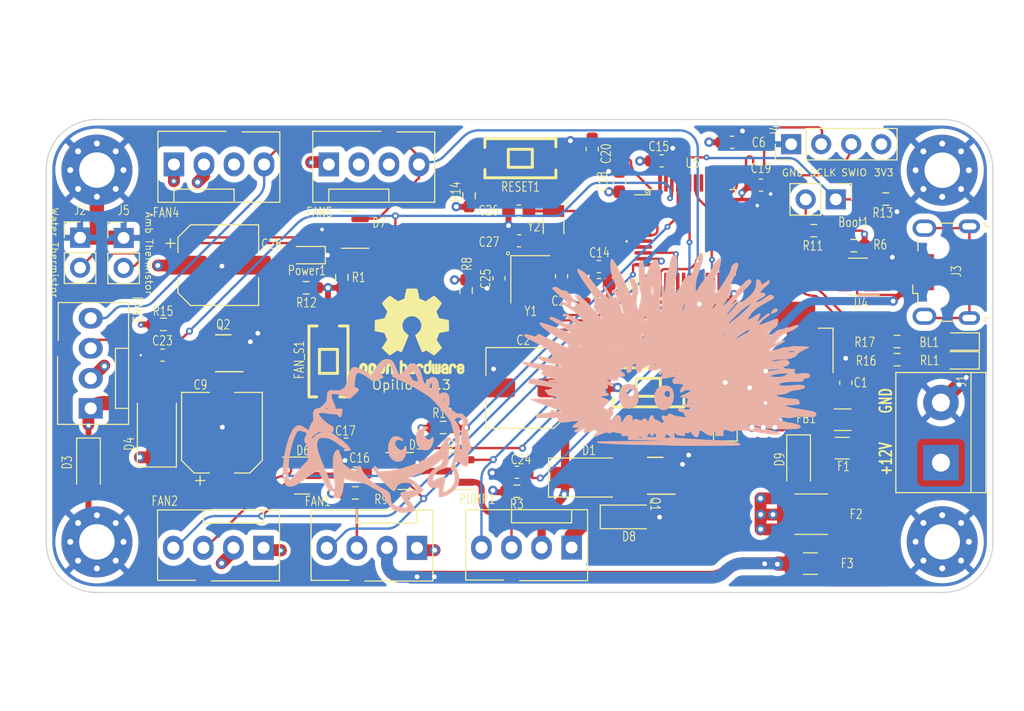
<source format=kicad_pcb>
(kicad_pcb (version 20211014) (generator pcbnew)
  (title_block (title "Opilio") (date "2022-07-28") (rev "V3.1") (comment 4 "AISLER Project ID: PLJAOWMH"))
  (layers (0 "F.Cu" signal) (1 "In1.Cu" power "GND") (2 "In2.Cu" power "3V3") (31 "B.Cu" signal) (34 "B.Paste" user) (35 "F.Paste" user) (36 "B.SilkS" user "B.Silkscreen") (37 "F.SilkS" user "F.Silkscreen") (38 "B.Mask" user) (39 "F.Mask" user) (44 "Edge.Cuts" user))
  (net 0 "")
  (net 1 "BOOT0")
  (net 2 "Net-(Boot1-Pad2)")
  (net 3 "OSCOUT")
  (net 4 "GND")
  (net 5 "OSCIN")
  (net 6 "CIN")
  (net 7 "COUT")
  (net 8 "Net-(C1-Pad1)")
  (net 9 "VDDA")
  (net 10 "+12VF(F)")
  (net 11 "+12VF(P)")
  (net 12 "PWM_READ1")
  (net 13 "PWM_READ3")
  (net 14 "PWM_READ2")
  (net 15 "PWM_READ4")
  (net 16 "FAN_GND")
  (net 17 "PUMP_GND")
  (net 18 "+12V")
  (net 19 "Net-(F1-Pad2)")
  (net 20 "+5V")
  (net 21 "USB_CON_D-")
  (net 22 "USB_CON_D+")
  (net 23 "SWCLK")
  (net 24 "SWIO")
  (net 25 "THERM_READ_W")
  (net 26 "PWM_OUT1")
  (net 27 "PWM_OUT3")
  (net 28 "PWM_OUT2")
  (net 29 "PWM_OUT4")
  (net 30 "Net-(Power1-Pad2)")
  (net 31 "USB_D+")
  (net 32 "USB_D-")
  (net 33 "FAN_EN")
  (net 34 "PUMP_EN")
  (net 35 "Net-(C20-Pad1)")
  (net 38 "THERM_READ_A")
  (net 46 "RED_LED")
  (net 56 "BLUE_LED")
  (net 57 "Net-(BL1-Pad2)")
  (net 58 "Net-(R16-Pad2)")
  (net 59 "+3.3V")
  (net 60 "unconnected-(J3-Pad6)")
  (net 61 "Net-(D10-Pad1)")
  (footprint "Capacitor_SMD:C_0603_1608Metric_Pad1.08x0.95mm_HandSolder" (layer "F.Cu") (at 139.78 129.83)
    (fp_text reference "C24")
    (fp_text value "10nF")
  )
  (footprint "Capacitor_SMD:C_0603_1608Metric_Pad1.08x0.95mm_HandSolder" (layer "F.Cu") (at 109.83 119.93)
    (fp_text reference "C23")
    (fp_text value "10nF")
  )
  (footprint "Package_TO_SOT_SMD:SOT-23" (layer "F.Cu") (at 134.52 129.73 180)
    (fp_text reference "D2")
    (fp_text value "SP0502BAHT")
  )
  (footprint "Resistor_SMD:R_0603_1608Metric_Pad0.98x0.95mm_HandSolder" (layer "F.Cu") (at 171.91 118.78)
    (fp_text reference "R17")
    (fp_text value "R660")
  )
  (footprint "Package_TO_SOT_SMD:SOT-23" (layer "F.Cu") (at 151.46 130.13 180)
    (fp_text reference "Q1")
    (fp_text value "SI2306_C427393")
  )
  (footprint "Package_TO_SOT_SMD:SOT-23" (layer "F.Cu") (at 121.63 130.11)
    (fp_text reference "D6")
    (fp_text value "SP0502BAHT")
  )
  (footprint "Capacitor_SMD:CP_Elec_6.3x7.7" (layer "F.Cu") (at 140.57 122.7 180)
    (fp_text reference "C2")
    (fp_text value "220uF")
  )
  (footprint "Custom:FanPinHeader_1x04_P2.54mm_Vertical_no_hole" (layer "F.Cu") (at 131.33 136.43 180)
    (fp_text reference "FAN1")
    (fp_text value "Fan_4pin")
  )
  (footprint "Capacitor_SMD:C_0603_1608Metric_Pad1.08x0.95mm_HandSolder" (layer "F.Cu") (at 148.44 105.25 90)
    (fp_text reference "C18")
    (fp_text value "100nF")
  )
  (footprint "Custom:USB_Micro-B_Wuerth_629105150521_narrow_holes" (layer "F.Cu") (at 176.065 112.915 90)
    (fp_text reference "J3")
    (fp_text value "USB_B_Micro")
  )
  (footprint "Capacitor_SMD:C_0603_1608Metric_Pad1.08x0.95mm_HandSolder" (layer "F.Cu") (at 167.57 122.27 90)
    (fp_text reference "C1")
    (fp_text value "10uF")
  )
  (footprint "LOGO" (layer "F.Cu") (at 152.65 119.4)
    (fp_text reference "G***" hide)
    (fp_text value "LOGO" hide)
  )
  (footprint "Capacitor_SMD:C_0603_1608Metric_Pad1.08x0.95mm_HandSolder" (layer "F.Cu") (at 146.7 112.44 180)
    (fp_text reference "C14")
    (fp_text value "1uF")
  )
  (footprint "Resistor_SMD:R_0603_1608Metric_Pad0.98x0.95mm_HandSolder" (layer "F.Cu") (at 168.24452 110.66548 180)
    (fp_text reference "R6")
    (fp_text value "1k5")
  )
  (footprint "LED_SMD:LED_0603_1608Metric_Pad1.05x0.95mm_HandSolder" (layer "F.Cu") (at 177.19 120.37 180)
    (fp_text reference "RL1")
    (fp_text value "Red")
  )
  (footprint "Capacitor_SMD:C_0603_1608Metric_Pad1.08x0.95mm_HandSolder" (layer "F.Cu") (at 143.55 113.26 90)
    (fp_text reference "C22")
    (fp_text value "30pF")
  )
  (footprint "Resistor_SMD:R_0603_1608Metric_Pad0.98x0.95mm_HandSolder" (layer "F.Cu") (at 135.73 106.45 90)
    (fp_text reference "R14")
    (fp_text value "10k")
  )
  (footprint "Fuse:Fuse_1812_4532Metric_Pad1.30x3.40mm_HandSolder" (layer "F.Cu") (at 164.64 133.38)
    (fp_text reference "F2")
    (fp_text value "3A")
  )
  (footprint "Connector_PinHeader_2.54mm:PinHeader_1x02_P2.54mm_Vertical" (layer "F.Cu") (at 106.54 110.015)
    (fp_text reference "J5")
    (fp_text value "Conn_01x02_Male")
  )
  (footprint "Diode_SMD:D_SOD-123" (layer "F.Cu") (at 157.39 124.94 90)
    (fp_text reference "D10")
    (fp_text value "B5819W")
  )
  (footprint "Custom:TerminalBlock_bornier-2_P5.08mm" (layer "F.Cu") (at 175.61 129.02 90)
    (fp_text reference "J1")
    (fp_text value "Screw_Terminal_01x02")
  )
  (footprint "MountingHole:MountingHole_3mm_Pad_Via" (layer "F.Cu") (at 175.72 135.71)
    (fp_text reference "H1")
    (fp_text value "MountingHole_Pad")
  )
  (footprint "Connector_PinHeader_2.54mm:PinHeader_1x02_P2.54mm_Vertical" (layer "F.Cu") (at 102.86 109.995)
    (fp_text reference "J2")
    (fp_text value "Conn_01x02_Male")
  )
  (footprint "Custom:FanPinHeader_1x04_P2.54mm_Vertical_no_hole" (layer "F.Cu") (at 144.4 136.4 180)
    (fp_text reference "PUMP1")
    (fp_text value "Fan_4pin")
  )
  (footprint "Symbol:OSHW-Logo2_9.8x8mm_SilkScreen" (layer "F.Cu") (at 130.9 118.06)
    (fp_text reference "LOGO1" hide)
    (fp_text value "Logo_Open_Hardware_Small" hide)
  )
  (footprint "Capacitor_SMD:C_0603_1608Metric_Pad1.08x0.95mm_HandSolder" (layer "F.Cu") (at 152.02 103.5)
    (fp_text reference "C15")
    (fp_text value "100nF")
  )
  (footprint "easyedakicad:SW-SMD_L6.0-W3.3-LS8.0" (layer "F.Cu") (at 150.75 122.67 180)
    (fp_text reference "PUMP_S1")
    (fp_text value "P_EN")
  )
  (footprint "MountingHole:MountingHole_3mm_Pad_Via" (layer "F.Cu") (at 175.72 104.29)
    (fp_text reference "H2")
    (fp_text value "MountingHole_Pad")
  )
  (footprint "Capacitor_SMD:C_0603_1608Metric_Pad1.08x0.95mm_HandSolder" (layer "F.Cu") (at 126.12 129.9)
    (fp_text reference "C16")
    (fp_text value "10nF")
  )
  (footprint "Connector_PinHeader_2.54mm:PinHeader_1x04_P2.54mm_Vertical" (layer "F.Cu") (at 162.95 102.09 90)
    (fp_text reference "J4")
    (fp_text value "Program")
  )
  (footprint "Diode_SMD:D_SOD-123" (layer "F.Cu") (at 163.58 128.92 -90)
    (fp_text reference "D9")
    (fp_text value "B5819W")
  )
  (footprint "Capacitor_SMD:CP_Elec_6.3x7.7" (layer "F.Cu") (at 114.85 126.49 90)
    (fp_text reference "C9")
    (fp_text value "220uF")
  )
  (footprint "Crystal:Crystal_SMD_3215-2Pin_3.2x1.5mm" (layer "F.Cu") (at 142.87 108.99 90)
    (fp_text reference "Y2")
    (fp_text value "YST310S 32.768KHz")
  )
  (footprint "Capacitor_SMD:C_0603_1608Metric_Pad1.08x0.95mm_HandSolder" (layer "F.Cu") (at 125.34 127.46 180)
    (fp_text reference "C17")
    (fp_text value "10nF")
  )
  (footprint "Resistor_SMD:R_0603_1608Metric_Pad0.98x0.95mm_HandSolder" (layer "F.Cu") (at 139.77 131.44)
    (fp_text reference "R3")
    (fp_text value "1k")
  )
  (footprint "Package_TO_SOT_SMD:SOT-23-6" (layer "F.Cu") (at 168.60452 113.28548 180)
    (fp_text reference "U4")
    (fp_text value "USBLC6-2SC6")
  )
  (footprint "Diode_SMD:D_SOD-123" (layer "F.Cu") (at 103.57 129.19 -90)
    (fp_text reference "D3")
    (fp_text value "B5819W")
  )
  (footprint "Resistor_SMD:R_0603_1608Metric_Pad0.98x0.95mm_HandSolder" (layer "F.Cu") (at 121.9725 114.23 180)
    (fp_text reference "R12")
    (fp_text value "1.65K")
  )
  (footprint "Fuse:Fuse_1206_3216Metric_Pad1.42x1.75mm_HandSolder" (layer "F.Cu") (at 167.27 127.79)
    (fp_text reference "F1")
    (fp_text value "250mA")
  )
  (footprint "Package_TO_SOT_SMD:SOT-23" (layer "F.Cu") (at 114.96 119.77 180)
    (fp_text reference "Q2")
    (fp_text value "SI2306_C427393")
  )
  (footprint "LED_SMD:LED_0603_1608Metric_Pad1.05x0.95mm_HandSolder" (layer "F.Cu") (at 177.2 118.78 180)
    (fp_text reference "BL1")
    (fp_text value "Blue")
  )
  (footprint "Package_TO_SOT_SMD:SOT-23" (layer "F.Cu") (at 130.38 129.73)
    (fp_text reference "D5")
    (fp_text value "SP0502BAHT")
  )
  (footprint "Diode_SMD:D_SMA" (layer "F.Cu") (at 145.85 130.28)
    (fp_text reference "D1")
    (fp_text value "B230A-13-F")
  )
  (footprint "Crystal:Crystal_SMD_3225-4Pin_3.2x2.5mm" (layer "F.Cu") (at 140.91 113.52 -90)
    (fp_text reference "Y1")
    (fp_text value "YSX531SL 8MHz")
  )
  (footprint "Custom:FanPinHeader_1x04_P2.54mm_Vertical_no_hole" (layer "F.Cu") (at 118.36 136.42 180)
    (fp_text reference "FAN2")
    (fp_text value "Fan_4pin")
  )
  (footprint "Inductor_SMD:L_0805_2012Metric_Pad1.05x1.20mm_HandSolder" (layer "F.Cu") (at 146.63 115.64)
    (fp_text reference "L2")
    (fp_text value "39nH")
  )
  (footprint "Custom:FanPinHeader_1x04_P2.54mm_Vertical_no_hole" (layer "F.Cu") (at 110.79 103.6)
    (fp_text reference "FAN4")
    (fp_text value "Fan_4pin")
  )
  (footprint "MountingHole:MountingHole_3mm_Pad_Via" (layer "F.Cu") (at 104.28 135.72)
    (fp_text reference "H3")
    (fp_text value "MountingHole_Pad")
  )
  (footprint "Connector_PinHeader_2.54mm:PinHeader_1x02_P2.54mm_Vertical" (layer "F.Cu") (at 166.724189 106.754189 -90)
    (fp_text reference "Boot1")
    (fp_text value "Conn_01x02_Male")
  )
  (footprint "Resistor_SMD:R_0603_1608Metric_Pad0.98x0.95mm_HandSolder" (layer "F.Cu") (at 109.9 117.33)
    (fp_text reference "R15")
    (fp_text value "1k")
  )
  (footprint "Diode_SMD:D_SOD-123" (layer "F.Cu") (at 149.07 133.61)
    (fp_text reference "D8")
    (fp_text value "B5819W")
  )
  (footprint "Resistor_SMD:R_0603_1608Metric_Pad0.98x0.95mm_HandSolder" (layer "F.Cu") (at 170.95 106.73)
    (fp_text reference "R13")
    (fp_text value "100k")
  )
  (footprint "Package_TO_SOT_SMD:SOT-223-3_TabPin2" (layer "F.Cu") (at 163.0825 119.56 90)
    (fp_text reference "U1")
    (fp_text value "AMS1117-3.3")
  )
  (footprint "Fuse:Fuse_1206_3216Metric_Pad1.42x1.75mm_HandSolder" (layer "F.Cu") (at 164.59 137.56)
    (fp_text reference "F3")
    (fp_text value "1.1A")
  )
  (footprint "LED_SMD:LED_0603_1608Metric_Pad1.05x0.95mm_HandSolder" (layer "F.Cu") (at 121.9225 111.47 180)
    (fp_text reference "Power1")
    (fp_text value "Yellow/Green")
  )
  (footprint "Capacitor_SMD:C_0603_1608Metric_Pad1.08x0.95mm_HandSolder" (layer "F.Cu") (at 139.96 110.26 180)
    (fp_text reference "C27")
    (fp_text value "18pF")
  )
  (footprint "Capacitor_SMD:C_0603_1608Metric_Pad1.08x0.95mm_HandSolder" (layer "F.Cu") (at 138.26 113.43 90)
    (fp_text reference "C25")
    (fp_text value "30pF")
  )
  (footprint "Diode_SMD:D_SMA" (layer "F.Cu") (at 109.35 125.99 90)
    (fp_text reference "D4")
    (fp_text value "B230A-13-F")
  )
  (footprint "Capacitor_SMD:CP_Elec_6.3x7.7" (layer "F.Cu") (at 114.54 112.32)
    (fp_text reference "C28")
    (fp_text value "220uF")
  )
  (footprint "Resistor_SMD:R_0603_1608Metric_Pad0.98x0.95mm_HandSolder" (layer "F.Cu") (at 171.91 120.31)
    (fp_text reference "R16")
    (fp_text value "R165")
  )
  (footprint "Capacitor_SMD:C_0603_1608Metric_Pad1.08x0.95mm_HandSolder" (layer "F.Cu") (at 160.4 105.55)
    (fp_text reference "C19")
    (fp_text value "100nF")
  )
  (footprint "Resistor_SMD:R_0603_1608Metric_Pad0.98x0.95mm_HandSolder" (layer "F.Cu") (at 126.12 131.58)
    (fp_text reference "R9")
    (fp_text value "1k")
  )
  (footprint "easyedakicad:SW-SMD_L6.0-W3.3-LS8.0" (layer "F.Cu") (at 139.93 103.3 180)
    (fp_text reference "RESET1")
    (fp_text value "Reset")
  )
  (footprint "Capacitor_SMD:C_1206_3216Metric_Pad1.33x1.80mm_HandSolder" (layer "F.Cu") (at 167.3 125.39)
    (fp_text reference "FB1")
    (fp_text value "CBW321609U600")
  )
  (footprint "Capacitor_SMD:C_0603_1608Metric_Pad1.08x0.95mm_HandSolder" (layer "F.Cu") (at 161.7 124.85 180)
    (fp_text reference "C5")
    (fp_text value "10uF")
  )
  (footprint "easyedakicad:SW-SMD_L6.0-W3.3-LS8.0" (layer "F.Cu") (at 123.83 120.32 90)
    (fp_text reference "FAN_S1")
    (fp_text value "F_EN")
  )
  (footprint "MountingHole:MountingHole_3mm_Pad_Via" (layer "F.Cu") (at 104.28 104.28)
    (fp_text reference "H4")
    (fp_text value "MountingHole_Pad")
  )
  (footprint "Resistor_SMD:R_0603_1608Metric_Pad0.98x0.95mm_HandSolder" (layer "F.Cu") (at 124.98 113.35 -90)
    (fp_text reference "R1")
    (fp_text value "10k")
  )
  (footprint "LOGO" (layer "F.Cu") (at 127.973094 126.745333)
    (fp_text reference "G***" hide)
    (fp_text value "LOGO" hide)
  )
  (footprint "Capacitor_SMD:C_0603_1608Metric_Pad1.08x0.95mm_HandSolder" (layer "F.Cu") (at 146.71 113.96 180)
    (fp_text reference "C13")
    (fp_text value "10nF")
  )
  (footprint "Capacitor_SMD:C_0603_1608Metric_Pad1.08x0.95mm_HandSolder" (layer "F.Cu") (at 146.14 102.5 90)
    (fp_text reference "C20")
    (fp_text value "100nF")
  )
  (footprint "Custom:FanPinHeader_1x04_P2.54mm_Vertical_no_hole" (layer "F.Cu") (at 103.56 124.43 90)
    (fp_text reference "FAN3")
    (fp_text value "Fan_4pin")
  )
  (footprint "Capacitor_SMD:C_0603_1608Metric_Pad1.08x0.95mm_HandSolder" (layer "F.Cu") (at 156.97 115.6 180)
    (fp_text reference "C21")
    (fp_text value "100nF")
  )
  (footprint "Resistor_SMD:R_0603_1608Metric_Pad0.98x0.95mm_HandSolder" (layer "F.Cu") (at 135.48 114.47 90)
    (fp_text reference "R8")
    (fp_text value "10k")
  )
  (footprint "Resistor_SMD:R_0603_1608Metric_Pad0.98x0.95mm_HandSolder" (layer "F.Cu") (at 164.86 109.4 180)
    (fp_text reference "R11")
    (fp_text value "10K")
  )
  (footprint "Capacitor_SMD:C_0603_1608Metric_Pad1.08x0.95mm_HandSolder" (layer "F.Cu") (at 139.93 107.74 180)
    (fp_text reference "C26")
    (fp_text value "18pF")
  )
  (footprint "Custom:FanPinHeader_1x04_P2.54mm_Vertical_no_hole" (layer "F.Cu") (at 123.88 103.6)
    (fp_text reference "FAN5")
    (fp_text value "Fan_4pin")
  )
  (footprint "Resistor_SMD:R_0603_1608Metric_Pad0.98x0.95mm_HandSolder" (layer "F.Cu") (at 133.54 126.05)
    (fp_text reference "R10")
    (fp_text value "1k")
  )
  (footprint "Package_TO_SOT_SMD:SOT-23" (layer "F.Cu") (at 125.59 109.33 180)
    (fp_text reference "D7")
    (fp_text value "SP0502BAHT")
  )
  (footprint "Capacitor_SMD:C_0603_1608Metric_Pad1.08x0.95mm_HandSolder" (layer "F.Cu") (at 157.97 101.93)
    (fp_text reference "C6")
    (fp_text value "10uF")
  )
  (footprint "Package_QFP:LQFP-48_7x7mm_P0.5mm" (layer "F.Cu") (at 154.62 109.53)
    (fp_text reference "U5")
    (fp_text value "STM32F103C8T6")
  )
  (gr_circle (center 139.02 111.32) (end 139.15 111.32) (layer "F.SilkS") (width 0.08) (fill none))
  (gr_circle (center 150.75 106.1) (end 150.88 106.1) (layer "F.SilkS") (width 0.08) (fill none))
  (gr_circle (center 159.68 124.06) (end 159.81 124.06) (layer "F.SilkS") (width 0.08) (fill none))
  (gr_circle (center 143.98 107.04) (end 144.11 107.04) (layer "F.SilkS") (width 0.08) (fill none))
  (gr_line (start 175.758938 139.998938) (end 104.241062 139.998937) (layer "Edge.Cuts") (width 0.1))
  (gr_arc locked (start 179.998937 135.758938) (mid 178.760323 138.760324) (end 175.758938 139.998938) (layer "Edge.Cuts") (width 0.1))
  (gr_arc locked (start 100.001063 104.241062) (mid 101.239677 101.239676) (end 104.241062 100.001062) (layer "Edge.Cuts") (width 0.1))
  (gr_line (start 104.241062 100.001062) (end 175.76 100.000001) (layer "Edge.Cuts") (width 0.1))
  (gr_line (start 100.001062 135.758938) (end 100.001063 104.241062) (layer "Edge.Cuts") (width 0.1))
  (gr_arc locked (start 175.76 100.000001) (mid 178.761386 101.238615) (end 180 104.24) (layer "Edge.Cuts") (width 0.1))
  (gr_line (start 180 104.24) (end 179.998937 135.758938) (layer "Edge.Cuts") (width 0.1))
  (gr_arc locked (start 104.241062 139.998937) (mid 101.239676 138.760323) (end 100.001062 135.758938) (layer "Edge.Cuts") (width 0.1))
  (gr_text "SCLK" (at 165.63 104.5) (layer "F.SilkS") (effects (font (size 0.6 0.6) (thickness 0.08))))
  (gr_text "Opilio V3.3" (at 130.86 122.45) (layer "F.SilkS") (effects (font (size 0.8 0.8) (thickness 0.1))))
  (gr_text "3V3" (at 170.78 104.5) (layer "F.SilkS") (effects (font (size 0.6 0.6) (thickness 0.08))))
  (gr_text "SWIO" (at 168.27 104.5) (layer "F.SilkS") (effects (font (size 0.6 0.6) (thickness 0.08))))
  (gr_text "Amb Thermistor" (at 108.68 111.32 270) (layer "F.SilkS") (effects (font (size 0.6 0.6) (thickness 0.08))))
  (gr_text "Water Thermistor" (at 100.69 111.26 270) (layer "F.SilkS") (effects (font (size 0.6 0.6) (thickness 0.08))))
  (gr_text "GND" (at 170.95 123.79 90) (layer "F.SilkS") (effects (font (size 1 0.7))))
  (gr_text "+12V" (at 170.95 128.7 90) (layer "F.SilkS") (effects (font (size 1 0.7))))
  (gr_text "GND" (at 163.08 104.51) (layer "F.SilkS") (effects (font (size 0.6 0.6) (thickness 0.08))))
  (segment (start 154.03 103.48) (end 154.125 103.385) (width 0.2) (layer "F.Cu") (net 1))
  (segment (start 154.547487 103.21) (end 155.8 103.21) (width 0.2) (layer "F.Cu") (net 1))
  (segment (start 153.87 105.3675) (end 153.87 103.866274) (width 0.2) (layer "F.Cu") (net 1))
  (segment (start 169.891689 106.754189) (end 166.724189 106.754189) (width 0.2) (layer "F.Cu") (net 1))
  (via (at 155.8 103.21) (size 0.5) (drill 0.2) (layers "F.Cu" "B.Cu") (net 1))
  (arc (start 153.87 103.866274) (mid 153.911583 103.657224) (end 154.03 103.48) (width 0.2) (layer "F.Cu") (net 1))
  (arc (start 154.125 103.385) (mid 154.318838 103.255481) (end 154.547487 103.21) (width 0.2) (layer "F.Cu") (net 1))
  (segment (start 166.724189 106.754189) (end 163.578104 103.608103) (width 0.2) (layer "B.Cu") (net 1))
  (segment (start 162.741621 103.261621) (end 155.851621 103.261621) (width 0.2) (layer "B.Cu") (net 1))
  (arc (start 155.851621 103.261621) (mid 155.815119 103.246502) (end 155.8 103.21) (width 0.2) (layer "B.Cu") (net 1))
  (arc (start 163.578104 103.608103) (mid 163.194322 103.351669) (end 162.741621 103.261621) (width 0.2) (layer "B.Cu") (net 1))
  (segment (start 164.184189 106.754189) (end 164.184189 108.911689) (width 0.2) (layer "F.Cu") (net 2))
  (segment (start 146.75 109.48) (end 144.75799 111.47201) (width 0.2) (layer "F.Cu") (net 3))
  (segment (start 144.56 111.95) (end 144.56 112.852639) (width 0.2) (layer "F.Cu") (net 3))
  (segment (start 150.4575 109.28) (end 147.232842 109.28) (width 0.2) (layer "F.Cu") (net 3))
  (segment (start 141.76 114.62) (end 143.0525 114.62) (width 0.2) (layer "F.Cu") (net 3))
  (segment (start 144.37625 113.29625) (end 143.55 114.1225) (width 0.2) (layer "F.Cu") (net 3))
  (segment (start 143.0525 114.62) (end 143.55 114.1225) (width 0.2) (layer "F.Cu") (net 3))
  (arc (start 147.232842 109.28) (mid 146.97153 109.331978) (end 146.75 109.48) (width 0.2) (layer "F.Cu") (net 3))
  (arc (start 144.75799 111.47201) (mid 144.611456 111.691313) (end 144.56 111.95) (width 0.2) (layer "F.Cu") (net 3))
  (arc (start 144.56 112.852639) (mid 144.512245 113.09272) (end 144.37625 113.29625) (width 0.2) (layer "F.Cu") (net 3))
  (segment (start 145.8375 113.2325) (end 145.8375 113.95) (width 0.5) (layer "F.Cu") (net 4))
  (segment (start 124.6525 109.33) (end 123.26 109.33) (width 0.5) (layer "F.Cu") (net 4))
  (segment (start 155.2 115.6) (end 155.19 115.61) (width 0.25) (layer "F.Cu") (net 4))
  (segment (start 151.79 133.65) (end 150.75 133.65) (width 0.5) (layer "F.Cu") (net 4))
  (segment (start 104.295 109.995) (end 106.491716 109.995) (width 1.2) (layer "F.Cu") (net 4))
  (segment (start 149.05 110.31) (end 149.08 110.28) (width 0.3) (layer "F.Cu") (net 4))
  (segment (start 178.075 120.985) (end 178.075 118.78) (width 0.5) (layer "F.Cu") (net 4))
  (segment (start 152.66 129.21) (end 153.4625 129.21) (width 1.2) (layer "F.Cu") (net 4))
  (segment (start 126.2025 127.46) (end 126.2025 128.3375) (width 0.5) (layer "F.Cu") (net 4))
  (segment (start 138.8475 129.89) (end 137.7 129.89) (width 0.5) (layer "F.Cu") (net 4))
  (segment (start 147.5325 104.3875) (end 147.53 104.39) (width 0.25) (layer "F.Cu") (net 4))
  (segment (start 149.08 110.28) (end 150.4575 110.28) (width 0.3) (layer "F.Cu") (net 4))
  (segment (start 125.71 128.83) (end 125.25 128.83) (width 0.5) (layer "F.Cu") (net 4))
  (segment (start 144.3 101.8) (end 145.747691 101.8) (width 0.5) (layer "F.Cu") (net 4))
  (segment (start 102.86 109.995) (end 104.295 109.995) (width 1.2) (layer "F.Cu") (net 4))
  (segment (start 143.55 112.3975) (end 141.7825 112.3975) (width 0.2) (layer "F.Cu") (net 4))
  (segment (start 114.85 112.4) (end 117.16 112.4) (width 1) (layer "F.Cu") (net 4))
  (segment (start 158.7825 107.28) (end 160.09 107.28) (width 0.3) (layer "F.Cu") (net 4))
  (segment (start 168.864162 112.755838) (end 169.393803 113.28548) (width 0.2) (layer "F.Cu") (net 4))
  (segment (start 161.2225 105.49) (end 161.2225 106.293965) (width 0.5) (layer "F.Cu") (net 4))
  (segment (start 152.5 103.99) (end 152.806486 103.683514) (width 0.3) (layer "F.Cu") (net 4))
  (segment (start 158.8325 100.9775) (end 158.84 100.97) (width 0.3) (layer "F.Cu") (net 4))
  (segment (start 138.26 114.2925) (end 139.7325 114.2925) (width 0.5) (layer "F.Cu") (net 4))
  (segment (start 152.8825 103.5) (end 152.8825 102.462604) (width 0.5) (layer "F.Cu") (net 4))
  (segment (start 145.8375 112.44) (end 145.8375 113.2325) (width 0.5) (layer "F.Cu") (net 4))
  (segment (start 115.8975 118.82) (end 117.14 118.82) (width 1.2) (layer "F.Cu") (net 4))
  (segment (start 167.56 120.19) (end 167.56 121.3975) (width 0.7) (layer "F.Cu") (net 4))
  (segment (start 139.0675 108.9725) (end 139.0675 110.23) (width 0.5) (layer "F.Cu") (net 4))
  (segment (start 160.8 121.28) (end 160.8 123.06) (width 0.7) (layer "F.Cu") (net 4))
  (segment (start 160.7825 122.71) (end 160.7825 123.9775) (width 0.7) (layer "F.Cu") (net 4))
  (segment (start 156.87 113.6925) (end 156.87 114.8375) (width 0.25) (layer "F.Cu") (net 4))
  (segment (start 160.7825 123.9775) (end 160.7825 124.315) (width 0.7) (layer "F.Cu") (net 4))
  (segment (start 104.28 104.28) (end 104.28 109.958787) (width 1.2) (layer "F.Cu") (net 4))
  (segment (start 125.2575 128.8375) (end 125.25 128.83) (width 0.2) (layer "F.Cu") (net 4))
  (segment (start 168.98 111.78) (end 168.865 111.895) (width 0.2) (layer "F.Cu") (net 4))
  (segment (start 168.78 112.100208) (end 168.78 112.552653) (width 0.2) (layer "F.Cu") (net 4))
  (segment (start 137.2625 114.2925) (end 137.25 114.28) (width 0.2) (layer "F.Cu") (net 4))
  (segment (start 122.7975 111.47) (end 123.77 111.47) (width 0.5) (layer "F.Cu") (net 4))
  (segment (start 169.259513 111.63) (end 173.640487 111.63) (width 0.5) (layer "F.Cu") (net 4))
  (segment (start 114.88 126.05) (end 114.88 124.67) (width 0.7) (layer "F.Cu") (net 4))
  (segment (start 156.1075 115.6) (end 155.2 115.6) (width 0.25) (layer "F.Cu") (net 4))
  (segment (start 171.88 106.69625) (end 171.88 107.68375) (width 0.5) (layer "F.Cu") (net 4))
  (segment (start 108.9675 119.93) (end 107.99 119.93) (width 0.5) (layer "F.Cu") (net 4))
  (segment (start 138.26 114.2925) (end 137.2625 114.2925) (width 0.5) (layer "F.Cu") (net 4))
  (segment (start 139.0675 107.74) (end 139.0675 108.9725) (width 0.5) (layer "F.Cu") (net 4))
  (segment (start 137.7 129.89) (end 137.69 129.88) (width 0.2) (layer "F.Cu") (net 4))
  (segment (start 125.2575 129.9) (end 125.2575 128.8375) (width 0.5) (layer "F.Cu") (net 4))
  (segment (start 175.61 123.94) (end 177.255 122.295) (width 1.2) (layer "F.Cu") (net 4))
  (segment (start 158.8325 101.93) (end 158.8325 100.9775) (width 0.5) (layer "F.Cu") (net 4))
  (segment (start 122.5675 130.11) (end 125.0475 130.11) (width 0.5) (layer "F.Cu") (net 4))
  (segment (start 160.98125 122.7) (end 159.43875 122.7) (width 0.7) (layer "F.Cu") (net 4))
  (segment (start 103.57 130.84) (end 103.57 135.01) (width 0.5) (layer "F.Cu") (net 4))
  (segment (start 148.44 104.3875) (end 147.5325 104.3875) (width 0.5) (layer "F.Cu") (net 4))
  (segment (start 131.3275 129.72) (end 133.5825 129.72) (width 0.5) (layer "F.Cu") (net 4))
  (segment (start 152.37 105.3675) (end 152.37 104.303847) (width 0.3) (layer "F.Cu") (net 4))
  (segment (start 156.87 114.8375) (end 156.1075 115.6) (width 0.25) (layer "F.Cu") (net 4))
  (segment (start 141.76 112.52) (end 140.06 114.22) (width 0.2) (layer "F.Cu") (net 4))
  (segment (start 131.35 129) (end 131.35 129.6975) (width 0.5) (layer "F.Cu") (net 4))
  (segment (start 143.93 103.3) (end 143.93 102.693259) (width 0.3) (layer "F.Cu") (net 4))
  (segment (start 177.255 122.295) (end 177.728517 121.821483) (width 1.2) (layer "F.Cu") (net 4))
  (segment (start 137.8 121.1) (end 137.8 122.63) (width 0.7) (layer "F.Cu") (net 4))
  (via (at 137.25 114.28) (size 0.8) (drill 0.4) (layers "F.Cu" "B.Cu") (net 4))
  (via (at 177.15 122.43) (size 0.8) (drill 0.4) (layers "F.Cu" "B.Cu") (net 4))
  (via (at 153.7725 129.16) (size 0.8) (drill 0.4) (layers "F.Cu" "B.Cu") (net 4))
  (via (at 125.25 128.83) (size 0.8) (drill 0.4) (layers "F.Cu" "B.Cu") (net 4))
  (via (at 160.8 121.28) (size 0.8) (drill 0.4) (layers "F.Cu" "B.Cu") (net 4))
  (via (at 123.31 109.3) (size 0.6) (drill 0.3) (layers "F.Cu" "B.Cu") (net 4))
  (via (at 160.09 107.28) (size 0.6) (drill 0.3) (layers "F.Cu" "B.Cu") (net 4))
  (via (at 147.53 104.39) (size 0.8) (drill 0.4) (layers "F.Cu" "B.Cu") (net 4))
  (via (at 114.88 126.02) (size 0.8) (drill 0.4) (layers "F.Cu" "B.Cu") (net 4))
  (via (at 155.19 115.61) (size 0.8) (drill 0.4) (layers "F.Cu" "B.Cu") (net 4))
  (via (at 171.5 111.65) (size 0.8) (drill 0.4) (layers "F.Cu" "B.Cu") (net 4))
  (via (at 145.8375 113.2325) (size 0.5) (drill 0.2) (layers "F.Cu" "B.Cu") (net 4))
  (via (at 139.0675 108.9725) (size 0.8) (drill 0.4) (layers "F.Cu" "B.Cu") (net 4))
  (via (at 149.05 110.31) (size 0.5) (drill 0.2) (layers "F.Cu" "B.Cu") (net 4))
  (via (at 114.85 112.4) (size 0.8) (drill 0.4) (layers "F.Cu" "B.Cu") (net 4))
  (via (at 117.88 118.08) (size 0.8) (drill 0.4) (layers "F.Cu" "B.Cu") (net 4))
  (via (at 137.69 129.88) (size 0.8) (drill 0.4) (layers "F.Cu" "B.Cu") (net 4))
  (via (at 123.77 111.47) (size 0.8) (drill 0.4) (layers "F.Cu" "B.Cu") (net 4))
  (via (at 167.56 120.19) (size 0.8) (drill 0.4) (layers "F.Cu" "B.Cu") (net 4))
  (via (at 151.83 133.63) (size 0.8) (drill 0.4) (layers "F.Cu" "B.Cu") (net 4))
  (via (at 171.89 107.8) (size 0.8) (drill 0.4) (layers "F.Cu" "B.Cu") (net 4))
  (via (at 161.22 106.3) (size 0.6) (drill 0.3) (layers "F.Cu" "B.Cu") (net 4))
  (via (at 154.2925 128.38) (size 0.8) (drill 0.4) (layers "F.Cu" "B.Cu") (net 4))
  (via (at 158.84 100.97) (size 0.8) (drill 0.4) (layers "F.Cu" "B.Cu") (net 4))
  (via (at 137.8 121.1) (size 0.8) (drill 0.4) (layers "F.Cu" "B.Cu") (net 4))
  (via (at 107.99 119.93) (size 0.5) (drill 0.2) (layers "F.Cu" "B.Cu") (net 4))
  (via (at 177.75 121.81) (size 0.8) (drill 0.4) (layers "F.Cu" "B.Cu") (net 4))
  (via (at 131.35 129) (size 0.6) (drill 0.3) (layers "F.Cu" "B.Cu") (net 4))
  (via (at 152.94 102.43) (size 0.8) (drill 0.4) (layers "F.Cu" "B.Cu") (net 4))
  (via (at 117.25 118.8) (size 0.8) (drill 0.4) (layers "F.Cu" "B.Cu") (net 4))
  (via (at 159.44 122.68) (size 0.8) (drill 0.4) (layers "F.Cu" "B.Cu") (net 4))
  (via (at 144.3 101.8) (size 0.8) (drill 0.4) (layers "F.Cu" "B.Cu") (net 4))
  (via (at 160.7825 123.9775) (size 0.6) (drill 0.3) (layers "F.Cu" "B.Cu") (net 4))
  (arc (start 153.4625 129.21) (mid 154.049399 128.966899) (end 154.2925 128.38) (width 1.2) (layer "F.Cu") (net 4))
  (arc (start 168.78 112.552653) (mid 168.801873 112.662615) (end 168.864162 112.755838) (width 0.2) (layer "F.Cu") (net 4))
  (arc (start 168.865 111.895) (mid 168.802091 111.98915) (end 168.78 112.100208) (width 0.2) (layer "F.Cu") (net 4))
  (arc (start 104.28 109.958787) (mid 104.283899 109.978385) (end 104.295 109.995) (width 1.2) (layer "F.Cu") (net 4))
  (arc (start 104.28 104.28) (mid 104.326194 104.289189) (end 104.365356 104.315355) (width 1.2) (layer "F.Cu") (net 4))
  (arc (start 117.14 118.82) (mid 117.663259 118.603259) (end 117.88 118.08) (width 1.2) (layer "F.Cu") (net 4))
  (arc (start 145.747691 101.8) (mid 145.960007 101.757767) (end 146.14 101.6375) (width 0.3) (layer "F.Cu") (net 4))
  (arc (start 161.2225 106.293965) (mid 161.22185 106.297231) (end 161.22 106.3) (width 0.3) (layer "F.Cu") (net 4))
  (arc (start 169.268546 111.66048) (mid 169.112386 111.691542) (end 168.98 111.78) (width 0.2) (layer "F.Cu") (net 4))
  (arc (start 104.28 135.72) (mid 105.20388 135.536229) (end 105.987107 135.012893) (width 1.2) (layer "F.Cu") (net 4))
  (arc (start 106.491716 109.995) (mid 106.517847 110.000198) (end 106.54 110.015) (width 1.2) (layer "F.Cu") (net 4))
  (arc (start 126.2025 128.3375) (mid 126.05825 128.68575) (end 125.71 128.83) (width 0.5) (layer "F.Cu") (net 4))
  (arc (start 143.93 102.693259) (mid 144.02616 102.209831) (end 144.3 101.8) (width 0.5) (layer "F.Cu") (net 4))
  (arc (start 152.37 104.303847) (mid 152.403786 104.133994) (end 152.5 103.99) (width 0.3) (layer "F.Cu") (net 4))
  (arc (start 177.728517 121.821483) (mid 177.984952 121.437701) (end 178.075 120.985) (width 0.5) (layer "F.Cu") (net 4))
  (segment (start 141.26506 111.32) (end 143.820087 111.32) (width 0.2) (layer "F.Cu") (net 5))
  (segment (start 140.06 112.32) (end 140.915 111.465) (width 0.2) (layer "F.Cu") (net 5))
  (segment (start 144.315 111.115) (end 146.39 109.04) (width 0.2) (layer "F.Cu") (net 5))
  (segment (start 147.017695 108.78) (end 150.4575 108.78) (width 0.2) (layer "F.Cu") (net 5))
  (segment (start 138.26 112.5675) (end 139.9125 112.5675) (width 0.5) (layer "F.Cu") (net 5))
  (arc (start 140.915 111.465) (mid 141.075609 111.357684) (end 141.26506 111.32) (width 0.2) (layer "F.Cu") (net 5))
  (arc (start 146.39 109.04) (mid 146.677989 108.847572) (end 147.017695 108.78) (width 0.2) (layer "F.Cu") (net 5))
  (arc (start 143.820087 111.32) (mid 144.087932 111.266722) (end 144.315 111.115) (width 0.2) (layer "F.Cu") (net 5))
  (segment (start 142.87 107.74) (end 150.4175 107.74) (width 0.2) (layer "F.Cu") (net 6))
  (segment (start 140.7925 107.74) (end 142.87 107.74) (width 0.25) (layer "F.Cu") (net 6))
  (segment (start 142.87 110.24) (end 144.080797 110.24) (width 0.2) (layer "F.Cu") (net 7))
  (segment (start 144.455 110.085) (end 145.96 108.58) (width 0.2) (layer "F.Cu") (net 7))
  (segment (start 140.8225 110.26) (end 142.85 110.26) (width 0.25) (layer "F.Cu") (net 7))
  (segment (start 146.684264 108.28) (end 150.4575 108.28) (width 0.2) (layer "F.Cu") (net 7))
  (arc (start 144.080797 110.24) (mid 144.283314 110.199716) (end 144.455 110.085) (width 0.2) (layer "F.Cu") (net 7))
  (arc (start 145.96 108.58) (mid 146.292296 108.357967) (end 146.684264 108.28) (width 0.2) (layer "F.Cu") (net 7))
  (segment (start 167.26948 123.858021) (end 165.7375 125.39) (width 0.7) (layer "F.Cu") (net 8))
  (segment (start 167.57 123.1325) (end 165.805 123.1325) (width 0.7) (layer "F.Cu") (net 8))
  (segment (start 165.805 123.1325) (end 165.3825 122.71) (width 0.7) (layer "F.Cu") (net 8))
  (arc (start 167.57 123.1325) (mid 167.491897 123.525149) (end 167.26948 123.858021) (width 0.7) (layer "F.Cu") (net 8))
  (segment (start 150.4575 110.78) (end 149.754597 110.78) (width 0.3) (layer "F.Cu") (net 9))
  (segment (start 147.5625 112.44) (end 148.84625 111.15625) (width 0.3) (layer "F.Cu") (net 9))
  (segment (start 147.5625 112.44) (end 147.5625 115.4225) (width 0.5) (layer "F.Cu") (net 9))
  (arc (start 149.754597 110.78) (mid 149.263003 110.877784) (end 148.84625 111.15625) (width 0.3) (layer "F.Cu") (net 9))
  (segment (start 109.35 127.99) (end 110.423517 129.063517) (width 0.5) (layer "F.Cu") (net 10))
  (segment (start 161.84 137.56) (end 163.1025 137.56) (width 1.2) (layer "F.Cu") (net 10))
  (segment (start 158.866604 137.53) (end 161.71 137.53) (width 1) (layer "F.Cu") (net 10))
  (segment (start 113.33 103.6) (end 113.33 104.77) (width 1) (layer "F.Cu") (net 10))
  (segment (start 109.37 128.57) (end 107.91 128.57) (width 1) (layer "F.Cu") (net 10))
  (segment (start 132.8 138.67) (end 156.114401 138.67) (width 1) (layer "F.Cu") (net 10))
  (segment (start 115.82 136.53) (end 114.82 137.53) (width 1) (layer "F.Cu") (net 10))
  (segment (start 109.43 112.35) (end 111.81 112.35) (width 1) (layer "F.Cu") (net 10))
  (segment (start 132.8 138.67) (end 129.97 138.67) (width 1) (layer "F.Cu") (net 10))
  (segment (start 113.33 104.77) (end 112.79 105.31) (width 1) (layer "F.Cu") (net 10))
  (segment (start 103.995 121.715) (end 104.905 120.805) (width 1) (layer "F.Cu") (net 10))
  (segment (start 111.26 129.41) (end 114.318874 129.41) (width 0.5) (layer "F.Cu") (net 10))
  (segment (start 128.79 137.49) (end 128.79 136.43) (width 1) (layer "F.Cu") (net 10))
  (via (at 131.34 138.67) (size 0.8) (drill 0.4) (layers "F.Cu" "B.Cu") (net 10))
  (via (at 161.79 137.61) (size 0.8) (drill 0.4) (layers "F.Cu" "B.Cu") (net 10))
  (via (at 160.71 137.57) (size 0.8) (drill 0.4) (layers "F.Cu" "B.Cu") (net 10))
  (via (at 132.8 138.67) (size 0.8) (drill 0.4) (layers "F.Cu" "B.Cu") (net 10))
  (via (at 107.9 128.57) (size 0.8) (drill 0.4) (layers "F.Cu" "B.Cu") (net 10))
  (via (at 109.43 112.35) (size 0.8) (drill 0.4) (layers "F.Cu" "B.Cu") (net 10))
  (via (at 112.79 105.31) (size 0.8) (drill 0.4) (layers "F.Cu" "B.Cu") (net 10))
  (via (at 114.82 137.53) (size 0.8) (drill 0.4) (layers "F.Cu" "B.Cu") (net 10))
  (via (at 104.92 120.86) (size 0.8) (drill 0.4) (layers "F.Cu" "B.Cu") (net 10))
  (arc (start 110.423517 129.063517) (mid 110.807299 129.319952) (end 111.26 129.41) (width 0.5) (layer "F.Cu") (net 10))
  (arc (start 161.79 137.61) (mid 161.804645 137.574645) (end 161.84 137.56) (width 1) (layer "F.Cu") (net 10))
  (arc (start 161.71 137.53) (mid 161.766569 137.553431) (end 161.79 137.61) (width 1) (layer "F.Cu") (net 10))
  (arc (start 157.575 138.065) (mid 158.167593 137.669042) (end 158.866604 137.53) (width 1) (layer "F.Cu") (net 10))
  (arc (start 129.97 138.67) (mid 129.135614 138.324386) (end 128.79 137.49) (width 1) (layer "F.Cu") (net 10))
  (arc (start 156.114401 138.67) (mid 156.904871 138.512765) (end 157.575 138.065) (width 1) (layer "F.Cu") (net 10))
  (segment (start 128.79 136.23) (end 128.79 137.44) (width 1) (layer "B.Cu") (net 10))
  (segment (start 130.02 138.67) (end 131.34 138.67) (width 1) (layer "B.Cu") (net 10))
  (segment (start 130.81 138.75) (end 156.206533 138.75) (width 1) (layer "B.Cu") (net 10))
  (segment (start 157.305 138.295) (end 157.473101 138.126899) (width 1) (layer "B.Cu") (net 10))
  (segment (start 158.89 137.54) (end 161.72 137.54) (width 1) (layer "B.Cu") (net 10))
  (arc (start 161.72 137.54) (mid 161.769497 137.560503) (end 161.79 137.61) (width 1) (layer "B.Cu") (net 10))
  (arc (start 157.473101 138.126899) (mid 158.123179 137.69253) (end 158.89 137.54) (width 1) (layer "B.Cu") (net 10))
  (arc (start 156.206533 138.75) (mid 156.801019 138.631749) (end 157.305 138.295) (width 1) (layer "B.Cu") (net 10))
  (arc (start 128.79 137.44) (mid 129.150259 138.309741) (end 130.02 138.67) (width 1) (layer "B.Cu") (net 10))
  (segment (start 143.85 123.28) (end 143.27 122.7) (width 0.7) (layer "F.Cu") (net 11))
  (segment (start 162.26 132.04) (end 160.36 132.04) (width 1) (layer "F.Cu") (net 11))
  (segment (start 160.7675 134.67) (end 161.9925 134.67) (width 1) (layer "F.Cu") (net 11))
  (segment (start 142.29 133.33) (end 143.452928 132.167072) (width 0.7) (layer "F.Cu") (net 11))
  (segment (start 160.38 133.41) (end 161.42 133.41) (width 1) (layer "F.Cu") (net 11))
  (segment (start 160.37 132.045) (end 160.37 134.675) (width 1) (layer "F.Cu") (net 11))
  (segment (start 161.42 133.41) (end 162.385 133.41) (width 1) (layer "F.Cu") (net 11))
  (segment (start 162.415 132.195) (end 162.26 132.04) (width 1) (layer "F.Cu") (net 11))
  (segment (start 143.85 131.242599) (end 143.85 130.28) (width 0.7) (layer "F.Cu") (net 11))
  (segment (start 141.86 136.2) (end 141.86 134.368111) (width 0.7) (layer "F.Cu") (net 11))
  (segment (start 143.85 130.28) (end 143.85 123.28) (width 0.7) (layer "F.Cu") (net 11))
  (via (at 143.78 131.7) (size 0.8) (drill 0.4) (layers "F.Cu" "B.Cu") (net 11))
  (via (at 160.37 134.65) (size 0.8) (drill 0.4) (layers "F.Cu" "B.Cu") (net 11))
  (via (at 160.36 132.04) (size 0.8) (drill 0.4) (layers "F.Cu" "B.Cu") (net 11))
  (via (at 161.42 133.41) (size 0.8) (drill 0.4) (layers "F.Cu" "B.Cu") (net 11))
  (via (at 160.38 133.41) (size 0.8) (drill 0.4) (layers "F.Cu" "B.Cu") (net 11))
  (arc (start 141.86 134.368111) (mid 141.971753 133.80629) (end 142.29 133.33) (width 0.7) (layer "F.Cu") (net 11))
  (arc (start 143.452928 132.167072) (mid 143.46076 132.161838) (end 143.47 132.16) (width 0.7) (layer "F.Cu") (net 11))
  (arc (start 143.47 132.16) (mid 143.751242 131.739093) (end 143.85 131.242599) (width 0.7) (layer "F.Cu") (net 11))
  (segment (start 154.87 105.3675) (end 154.87 105.876031) (width 0.2) (layer "F.Cu") (net 12))
  (segment (start 137.75 133.26) (end 139.28 133.26) (width 0.5) (layer "F.Cu") (net 12))
  (segment (start 140.6725 129.89) (end 140.6725 131.48) (width 0.2) (layer "F.Cu") (net 12))
  (segment (start 139.32 133.17) (end 139.32 133.3) (width 0.2) (layer "F.Cu") (net 12))
  (segment (start 139.32 133.3) (end 139.32 136.4) (width 0.2) (layer "F.Cu") (net 12))
  (segment (start 141.1025 130.32) (end 140.6725 129.89) (width 0.2) (layer "F.Cu") (net 12))
  (segment (start 140.6325 131.52) (end 139.558649 132.593851) (width 0.2) (layer "F.Cu") (net 12))
  (segment (start 136.8 131.26) (end 136.8 132.31) (width 0.5) (layer "F.Cu") (net 12))
  (segment (start 156.24 108.28) (end 156.24 111.811716) (width 0.2) (layer "F.Cu") (net 12))
  (segment (start 139.29 133.27) (end 139.32 133.3) (width 0.2) (layer "F.Cu") (net 12))
  (segment (start 135.4575 130.68) (end 136.22 130.68) (width 0.5) (layer "F.Cu") (net 12))
  (segment (start 155.29 106.89) (end 155.928872 107.528872) (width 0.2) (layer "F.Cu") (net 12))
  (segment (start 141.75 130.32) (end 141.1025 130.32) (width 0.2) (layer "F.Cu") (net 12))
  (via (at 141.75 130.32) (size 0.6) (drill 0.3) (layers "F.Cu" "B.Cu") (net 12))
  (via (at 156.26 111.86) (size 0.5) (drill 0.2) (layers "F.Cu" "B.Cu") (net 12))
  (arc (start 155.928872 107.528872) (mid 156.15914 107.873492) (end 156.24 108.28) (width 0.2) (layer "F.Cu") (net 12))
  (arc (start 154.87 105.876031) (mid 154.979155 106.424787) (end 155.29 106.89) (width 0.2) (layer "F.Cu") (net 12))
  (arc (start 136.22 130.68) (mid 136.630122 130.849878) (end 136.8 131.26) (width 0.5) (layer "F.Cu") (net 12))
  (arc (start 139.28 133.26) (mid 139.287071 133.262929) (end 139.29 133.27) (width 0.5) (layer "F.Cu") (net 12))
  (arc (start 136.8 132.31) (mid 137.078249 132.981751) (end 137.75 133.26) (width 0.5) (layer "F.Cu") (net 12))
  (arc (start 156.24 111.811716) (mid 156.245198 111.837847) (end 156.26 111.86) (width 0.2) (layer "F.Cu") (net 12))
  (arc (start 139.558649 132.593851) (mid 139.382023 132.85819) (end 139.32 133.17) (width 0.2) (layer "F.Cu") (net 12))
  (segment (start 155.411472 116.858528) (end 142.091422 130.178578) (width 0.2) (layer "B.Cu") (net 12))
  (segment (start 156.26 111.86) (end 156.26 114.81) (width 0.2) (layer "B.Cu") (net 12))
  (arc (start 156.26 114.81) (mid 156.039475 115.918655) (end 155.411472 116.858528) (width 0.2) (layer "B.Cu") (net 12))
  (arc (start 142.091422 130.178578) (mid 141.934776 130.283246) (end 141.75 130.32) (width 0.2) (layer "B.Cu") (net 12))
  (segment (start 120.6925 129.16) (end 120.6925 129.6175) (width 0.2) (layer "F.Cu") (net 13))
  (segment (start 120.6925 129.16) (end 122.344398 129.16) (width 0.2) (layer "F.Cu") (net 13))
  (segment (start 134.74 126.07) (end 135.488384 126.07) (width 0.5) (layer "F.Cu") (net 13))
  (segment (start 123.08375 128.85375) (end 124.4775 127.46) (width 0.2) (layer "F.Cu") (net 13))
  (segment (start 153.37 105.3675) (end 153.37 107.719168) (width 0.2) (layer "F.Cu") (net 13))
  (segment (start 153.03 108.54) (end 152.5 109.07) (width 0.2) (layer "F.Cu") (net 13))
  (segment (start 119.128665 130.571335) (end 113.28 136.42) (width 0.2) (layer "F.Cu") (net 13))
  (via (at 152.5 109.07) (size 0.5) (drill 0.2) (layers "F.Cu" "B.Cu") (net 13))
  (via (at 135.51 126.06) (size 0.6) (drill 0.3) (layers "F.Cu" "B.Cu") (net 13))
  (via (at 120.17 130.14) (size 0.5) (drill 0.2) (layers "F.Cu" "B.Cu") (net 13))
  (arc (start 153.37 107.719168) (mid 153.281637 108.163399) (end 153.03 108.54) (width 0.2) (layer "F.Cu") (net 13))
  (arc (start 120.17 130.14) (mid 119.606434 130.2521) (end 119.128665 130.571335) (width 0.2) (layer "F.Cu") (net 13))
  (arc (start 122.344398 129.16) (mid 122.744532 129.080408) (end 123.08375 128.85375) (width 0.2) (layer "F.Cu") (net 13))
  (arc (start 120.6925 129.6175) (mid 120.539463 129.986963) (end 120.17 130.14) (width 0.2) (layer "F.Cu") (net 13))
  (segment (start 131.82 129.75) (end 135.51 126.06) (width 0.2) (layer "B.Cu") (net 13))
  (segment (start 120.17 130.14) (end 130.878457 130.14) (width 0.2) (layer "B.Cu") (net 13))
  (segment (start 135.51 126.06) (end 152.5 109.07) (width 0.2) (layer "B.Cu") (net 13))
  (arc (start 130.878457 130.14) (mid 131.388016 130.038642) (end 131.82 129.75) (width 0.2) (layer "B.Cu") (net 13))
  (segment (start 126.9825 129.9) (end 127.89625 128.98625) (width 0.2) (layer "F.Cu") (net 14))
  (segment (start 154.37 110.37) (end 154.36 110.38) (width 0.2) (layer "F.Cu") (net 14))
  (segment (start 127.0325 131.58) (end 126.25 132.3625) (width 0.2) (layer "F.Cu") (net 14))
  (segment (start 128.394181 128.78) (end 129.4425 128.78) (width 0.2) (layer "F.Cu") (net 14))
  (segment (start 154.37 105.3675) (end 154.37 110.37) (width 0.2) (layer "F.Cu") (net 14))
  (segment (start 129.63995 128.78) (end 130.364975 128.054975) (width 0.2) (layer "F.Cu") (net 14))
  (segment (start 126.25 132.3625) (end 126.25 136.43) (width 0.2) (layer "F.Cu") (net 14))
  (segment (start 131.004681 127.79) (end 140.225858 127.79) (width 0.2) (layer "F.Cu") (net 14))
  (segment (start 126.9825 129.9) (end 126.9825 131.53) (width 0.2) (layer "F.Cu") (net 14))
  (via (at 154.36 110.38) (size 0.5) (drill 0.2) (layers "F.Cu" "B.Cu") (net 14))
  (via (at 140.25 127.8) (size 0.6) (drill 0.3) (layers "F.Cu" "B.Cu") (net 14))
  (arc (start 140.225858 127.79) (mid 140.238923 127.792599) (end 140.25 127.8) (width 0.2) (layer "F.Cu") (net 14))
  (arc (start 127.89625 128.98625) (mid 128.124702 128.833603) (end 128.394181 128.78) (width 0.2) (layer "F.Cu") (net 14))
  (arc (start 130.364975 128.054975) (mid 130.658474 127.858865) (end 131.004681 127.79) (width 0.2) (layer "F.Cu") (net 14))
  (segment (start 154.36 110.38) (end 154.36 112.51) (width 0.2) (layer "B.Cu") (net 14))
  (segment (start 153.645822 114.234178) (end 140.370208 127.509792) (width 0.2) (layer "B.Cu") (net 14))
  (segment (start 154.36 112.51) (end 154.36 112.81) (width 0.2) (layer "B.Cu") (net 14))
  (arc (start 140.370208 127.509792) (mid 140.281241 127.64294) (end 140.25 127.8) (width 0.2) (layer "B.Cu") (net 14))
  (arc (start 154.36 112.51) (mid 154.174391 113.443118) (end 153.645822 114.234178) (width 0.2) (layer "B.Cu") (net 14))
  (arc (start 154.09837 113.44163) (mid 154.292005 113.151836) (end 154.36 112.81) (width 0.2) (layer "B.Cu") (net 14))
  (segment (start 110.8125 118.6325) (end 110.8125 119.81) (width 0.4) (layer "F.Cu") (net 15))
  (segment (start 110.5275 118.6325) (end 110.8125 118.6325) (width 0.2) (layer "F.Cu") (net 15))
  (segment (start 110.8125 117.33) (end 110.8125 118.6325) (width 0.4) (layer "F.Cu") (net 15))
  (segment (start 129.51 108.78) (end 129.51 108.15) (width 0.2) (layer "F.Cu") (net 15))
  (segment (start 103.56 119.35) (end 104.2775 118.6325) (width 0.2) (layer "F.Cu") (net 15))
  (segment (start 152.87 105.3675) (end 152.87 106.51) (width 0.2) (layer "F.Cu") (net 15))
  (segment (start 128.45 110.07) (end 129.347365 109.172635) (width 0.2) (layer "F.Cu") (net 15))
  (segment (start 104.2775 118.6325) (end 110.5275 118.6325) (width 0.2) (layer "F.Cu") (net 15))
  (segment (start 126.5275 110.28) (end 127.943016 110.28) (width 0.2) (layer "F.Cu") (net 15))
  (segment (start 110.5275 118.6325) (end 110.946772 118.6325) (width 0.2) (layer "F.Cu") (net 15))
  (segment (start 111.665 118.335) (end 112.1 117.9) (width 0.2) (layer "F.Cu") (net 15))
  (via (at 112.1 117.9) (size 0.6) (drill 0.3) (layers "F.Cu" "B.Cu") (net 15))
  (via (at 129.51 108.15) (size 0.6) (drill 0.3) (layers "F.Cu" "B.Cu") (net 15))
  (via (at 152.72 106.66) (size 0.5) (drill 0.2) (layers "F.Cu" "B.Cu") (net 15))
  (arc (start 127.943016 110.28) (mid 128.217394 110.225422) (end 128.45 110.07) (width 0.2) (layer "F.Cu") (net 15))
  (arc (start 110.946772 118.6325) (mid 111.335474 118.555182) (end 111.665 118.335) (width 0.2) (layer "F.Cu") (net 15))
  (arc (start 129.347365 109.172635) (mid 129.467733 108.992492) (end 129.51 108.78) (width 0.2) (layer "F.Cu") (net 15))
  (arc (start 152.87 106.51) (mid 152.826066 106.616066) (end 152.72 106.66) (width 0.2) (layer "F.Cu") (net 15))
  (segment (start 122.762167 108.15) (end 129.51 108.15) (width 0.2) (layer "B.Cu") (net 15))
  (segment (start 112.1 117.9) (end 121.205 108.795) (width 0.2) (layer "B.Cu") (net 15))
  (segment (start 152.76 106.1) (end 152.76 106.62) (width 0.2) (layer "B.Cu") (net 15))
  (segment (start 146.632548 105.36) (end 152.02 105.36) (width 0.2) (layer "B.Cu") (net 15))
  (segment (start 129.51 108.15) (end 143.008163 108.15) (width 0.2) (layer "B.Cu") (net 15))
  (segment (start 143.66 107.88) (end 145.86 105.68) (width 0.2) (layer "B.Cu") (net 15))
  (arc (start 145.86 105.68) (mid 146.214448 105.443165) (end 146.632548 105.36) (width 0.2) (layer "B.Cu") (net 15))
  (arc (start 152.02 105.36) (mid 152.543259 105.576741) (end 152.76 106.1) (width 0.2) (layer "B.Cu") (net 15))
  (arc (start 152.76 106.62) (mid 152.748284 106.648284) (end 152.72 106.66) (width 0.2) (layer "B.Cu") (net 15))
  (arc (start 121.205 108.795) (mid 121.919434 108.31763) (end 122.762167 108.15) (width 0.2) (layer "B.Cu") (net 15))
  (arc (start 143.008163 108.15) (mid 143.360935 108.079829) (end 143.66 107.88) (width 0.2) (layer "B.Cu") (net 15))
  (segment (start 118.36 136.42) (end 119.81 136.42) (width 1) (layer "F.Cu") (net 16))
  (segment (start 132.81 136.43) (end 132.82 136.42) (width 1) (layer "F.Cu") (net 16))
  (segment (start 106.77 123.99) (end 104.822253 123.99) (width 1.2) (layer "F.Cu") (net 16))
  (segment (start 110.2 122.62) (end 109.717696 123.102304) (width 1.2) (layer "F.Cu") (net 16))
  (segment (start 123.88 103.6) (end 122.42 103.6) (width 1) (layer "F.Cu") (net 16))
  (segment (start 119.81 136.42) (end 119.84 136.45) (width 1) (layer "F.Cu") (net 16))
  (segment (start 106.77 123.99) (end 106.892528 123.99) (width 1.2) (layer "F.Cu") (net 16))
  (segment (start 103.56 125.79) (end 103.57 125.8) (width 1) (layer "F.Cu") (net 16))
  (segment (start 110.79 105.21) (end 110.78 105.22) (width 1) (layer "F.Cu") (net 16))
  (segment (start 110.79 103.6) (end 110.79 105.21) (width 1) (layer "F.Cu") (net 16))
  (segment (start 131.33 136.43) (end 132.81 136.43) (width 1) (layer "F.Cu") (net 16))
  (segment (start 112.66 120.16) (end 110.2 122.62) (width 1.2) (layer "F.Cu") (net 16))
  (segment (start 122.42 103.6) (end 122.38 103.64) (width 1) (layer "F.Cu") (net 16))
  (segment (start 114.0225 119.77) (end 113.601543 119.77) (width 1.2) (layer "F.Cu") (net 16))
  (segment (start 103.57 127.54) (end 103.57 125.8) (width 0.5) (layer "F.Cu") (net 16))
  (segment (start 103.56 124.43) (end 103.56 125.79) (width 1) (layer "F.Cu") (net 16))
  (via (at 110.78 105.22) (size 0.6) (drill 0.3) (layers "F.Cu" "B.Cu") (net 16))
  (via (at 132.82 136.42) (size 0.8) (drill 0.4) (layers "F.Cu" "B.Cu") (net 16))
  (via (at 119.84 136.45) (size 0.6) (drill 0.3) (layers "F.Cu" "B.Cu") (net 16))
  (via (at 103.58 125.9) (size 0.6) (drill 0.3) (layers "F.Cu" "B.Cu") (net 16))
  (via (at 122.38 103.64) (size 0.6) (drill 0.3) (layers "F.Cu" "B.Cu") (net 16))
  (arc (start 104.822253 123.99) (mid 104.247366 124.104352) (end 103.76 124.43) (width 1.2) (layer "F.Cu") (net 16))
  (arc (start 106.892528 123.99) (mid 108.682519 123.633948) (end 110.2 122.62) (width 1.2) (layer "F.Cu") (net 16))
  (arc (start 113.601543 119.77) (mid 113.091984 119.871358) (end 112.66 120.16) (width 1.2) (layer "F.Cu") (net 16))
  (segment (start 145.97 132.845112) (end 145.97 131.27) (width 1.2) (layer "F.Cu") (net 17))
  (segment (start 147.35125 133.65) (end 145.78875 133.65) (width 0.5) (layer "F.Cu") (net 17))
  (segment (start 148.984089 130.2) (end 150.135911 130.2) (width 1.2) (layer "F.Cu") (net 17))
  (segment (start 146.96 130.28) (end 147.85 130.28) (width 1.2) (layer "F.Cu") (net 17))
  (segment (start 144.4 135.2) (end 145.415 134.185) (width 1.2) (layer "F.Cu") (net 17))
  (segment (start 144.4 136.2) (end 144.4 135.2) (width 1.2) (layer "F.Cu") (net 17))
  (segment (start 144.4 136.4) (end 144.4 135.2) (width 1) (layer "F.Cu") (net 17))
  (arc (start 145.415 134.185) (mid 145.82576 133.570254) (end 145.97 132.845112) (width 1.2) (layer "F.Cu") (net 17))
  (arc (start 145.97 131.27) (mid 146.259964 130.569964) (end 146.96 130.28) (width 1.2) (layer "F.Cu") (net 17))
  (segment (start 173.28 129.02) (end 175.61 129.02) (width 1) (layer "F.Cu") (net 18))
  (segment (start 166.865 135.475) (end 166.865 137.51) (width 1) (layer "F.Cu") (net 18))
  (segment (start 166.865 133.38) (end 168.92 133.38) (width 1) (layer "F.Cu") (net 18))
  (segment (start 163.58 130.57) (end 164.69 130.57) (width 0.7) (layer "F.Cu") (net 18))
  (segment (start 165.475269 130.895269) (end 166.865 132.285) (width 0.7) (layer "F.Cu") (net 18))
  (segment (start 168.92 133.38) (end 173.28 129.02) (width 1) (layer "F.Cu") (net 18))
  (segment (start 166.865 133.38) (end 166.865 135.475) (width 1) (layer "F.Cu") (net 18))
  (arc (start 164.69 130.57) (mid 165.114984 130.654535) (end 165.475269 130.895269) (width 0.7) (layer "F.Cu") (net 18))
  (segment (start 168.81 127.8025) (end 168.81 125.2375) (width 0.7) (layer "F.Cu") (net 19))
  (segment (start 157.38 123.39) (end 157.38 122.25) (width 0.7) (layer "F.Cu") (net 20))
  (segment (start 172.16 114.77) (end 173.73 114.77) (width 0.5) (layer "F.Cu") (net 20))
  (segment (start 168.53452 114.77548) (end 168.59404 114.835) (width 0.2) (layer "F.Cu") (net 20))
  (segment (start 173.73 114.77) (end 174.2605 114.2395) (width 0.5) (layer "F.Cu") (net 20))
  (segment (start 167.46702 113.28548) (end 168.53452 113.28548) (width 0.2) (layer "F.Cu") (net 20))
  (segment (start 168.59404 114.835) (end 171.985 114.835) (width 0.2) (layer "F.Cu") (net 20))
  (segment (start 171.57 115.36) (end 172.16 114.77) (width 0.5) (layer "F.Cu") (net 20))
  (segment (start 168.53452 113.28548) (end 168.53452 114.77548) (width 0.2) (layer "F.Cu") (net 20))
  (via (at 157.38 122.25) (size 0.8) (drill 0.4) (layers "F.Cu" "B.Cu") (net 20))
  (via (at 171.57 115.36) (size 0.8) (drill 0.4) (layers "F.Cu" "B.Cu") (net 20))
  (segment (start 163.73 115.9) (end 157.38 122.25) (width 0.7) (layer "B.Cu") (net 20))
  (segment (start 171.57 115.36) (end 165.033675 115.36) (width 0.7) (layer "B.Cu") (net 20))
  (arc (start 165.033675 115.36) (mid 164.328132 115.500341) (end 163.73 115.9) (width 0.7) (layer "B.Cu") (net 20))
  (segment (start 170.0925 113.885) (end 172.249999 113.885) (width 0.2) (layer "F.Cu") (net 21))
  (segment (start 172.249999 113.885) (end 172.524519 113.61048) (width 0.2) (layer "F.Cu") (net 21))
  (segment (start 172.524519 113.61048) (end 173.64952 113.61048) (width 0.2) (layer "F.Cu") (net 21))
  (segment (start 169.74202 114.23548) (end 170.0925 113.885) (width 0.2) (layer "F.Cu") (net 21))
  (segment (start 172.524519 112.96048) (end 173.64952 112.96048) (width 0.2) (layer "F.Cu") (net 22))
  (segment (start 170.0925 112.68596) (end 172.249999 112.68596) (width 0.2) (layer "F.Cu") (net 22))
  (segment (start 172.249999 112.68596) (end 172.524519 112.96048) (width 0.2) (layer "F.Cu") (net 22))
  (segment (start 169.74202 112.33548) (end 170.0925 112.68596) (width 0.2) (layer "F.Cu") (net 22))
  (segment (start 160.67 103.83) (end 160.67 101.07) (width 0.2) (layer "F.Cu") (net 23))
  (segment (start 160.04 104.13) (end 160.37 104.13) (width 0.2) (layer "F.Cu") (net 23))
  (segment (start 159.14 103.83) (end 159.14 103.43) (width 0.2) (layer "F.Cu") (net 23))
  (segment (start 161.07 100.67) (end 165.19 100.67) (width 0.2) (layer "F.Cu") (net 23))
  (segment (start 165.56 101.04) (end 165.56 102.02) (width 0.2) (layer "F.Cu") (net 23))
  (segment (start 157.37 105.3675) (end 157.37 104.55) (width 0.2) (layer "F.Cu") (net 23))
  (segment (start 157.79 104.13) (end 158.84 104.13) (width 0.2) (layer "F.Cu") (net 23))
  (segment (start 159.74 103.43) (end 159.74 103.83) (width 0.2) (layer "F.Cu") (net 23))
  (arc (start 160.37 104.13) (mid 160.582132 104.042132) (end 160.67 103.83) (width 0.2) (layer "F.Cu") (net 23))
  (arc (start 158.84 104.13) (mid 159.052132 104.042132) (end 159.14 103.83) (width 0.2) (layer "F.Cu") (net 23))
  (arc (start 159.74 103.83) (mid 159.827868 104.042132) (end 160.04 104.13) (width 0.2) (layer "F.Cu") (net 23))
  (arc (start 159.44 103.13) (mid 159.652132 103.217868) (end 159.74 103.43) (width 0.2) (layer "F.Cu") (net 23))
  (arc (start 165.19 100.67) (mid 165.45163 100.77837) (end 165.56 101.04) (width 0.2) (layer "F.Cu") (net 23))
  (arc (start 159.14 103.43) (mid 159.227868 103.217868) (end 159.44 103.13) (width 0.2) (layer "F.Cu") (net 23))
  (arc (start 160.67 101.07) (mid 160.787157 100.787157) (end 161.07 100.67) (width 0.2) (layer "F.Cu") (net 23))
  (arc (start 157.37 104.55) (mid 157.493015 104.253015) (end 157.79 104.13) (width 0.2) (layer "F.Cu") (net 23))
  (segment (start 158.7825 107.78) (end 157.77 107.78) (width 0.2) (layer "F.Cu") (net 24))
  (segment (start 159.13452 104.71548) (end 165.568953 104.71548) (width 0.2) (layer "F.Cu") (net 24))
  (segment (start 166.91 104.16) (end 167.358248 103.711752) (width 0.2) (layer "F.Cu") (net 24))
  (segment (start 157.5 107.51) (end 157.5 106.977161) (width 0.2) (layer "F.Cu") (net 24))
  (segment (start 157.74548 106.38452) (end 158.17201 105.95799) (width 0.2) (layer "F.Cu") (net 24))
  (arc (start 167.358248 103.711752) (mid 167.855417 102.967686) (end 168.03 102.09) (width 0.2) (layer "F.Cu") (net 24))
  (arc (start 158.37 105.48) (mid 158.593923 104.939403) (end 159.13452 104.71548) (width 0.2) (layer "F.Cu") (net 24))
  (arc (start 158.17201 105.95799) (mid 158.318544 105.738686) (end 158.37 105.48) (width 0.2) (layer "F.Cu") (net 24))
  (arc (start 157.77 107.78) (mid 157.579081 107.700919) (end 157.5 107.51) (width 0.2) (layer "F.Cu") (net 24))
  (arc (start 165.568953 104.71548) (mid 166.294722 104.571115) (end 166.91 104.16) (width 0.2) (layer "F.Cu") (net 24))
  (arc (start 157.5 106.977161) (mid 157.563798 106.656426) (end 157.74548 106.38452) (width 0.2) (layer "F.Cu") (net 24))
  (segment (start 109.660624 109.97) (end 124.006828 109.97) (width 0.2) (layer "F.Cu") (net 25))
  (segment (start 150.672401 116.157929) (end 152.37 114.46033) (width 0.2) (layer "F.Cu") (net 25))
  (segment (start 108.28234 110.98766) (end 109.045 110.225) (width 0.2) (layer "F.Cu") (net 25))
  (segment (start 125.395 110.545) (end 131.055 116.205) (width 0.2) (layer "F.Cu") (net 25))
  (segment (start 102.86 112.535) (end 103.8125 111.5825) (width 0.2) (layer "F.Cu") (net 25))
  (segment (start 135.48 116.54) (end 149.75 116.54) (width 0.2) (layer "F.Cu") (net 25))
  (segment (start 131.863761 116.54) (end 135.48 116.54) (width 0.2) (layer "F.Cu") (net 25))
  (segment (start 152.37 114.46033) (end 152.37 113.6925) (width 0.2) (layer "F.Cu") (net 25))
  (segment (start 135.48 115.3825) (end 135.48 116.54) (width 0.3) (layer "F.Cu") (net 25))
  (segment (start 104.446231 111.32) (end 107.48 111.32) (width 0.2) (layer "F.Cu") (net 25))
  (arc (start 131.055 116.205) (mid 131.426063 116.452936) (end 131.863761 116.54) (width 0.2) (layer "F.Cu") (net 25))
  (arc (start 103.8125 111.5825) (mid 104.103258 111.388221) (end 104.446231 111.32) (width 0.2) (layer "F.Cu") (net 25))
  (arc (start 107.48 111.32) (mid 107.914223 111.233628) (end 108.28234 110.98766) (width 0.2) (layer "F.Cu") (net 25))
  (arc (start 149.75 116.54) (mid 150.2492 116.440703) (end 150.672401 116.157929) (width 0.2) (layer "F.Cu") (net 25))
  (arc (start 124.006828 109.97) (mid 124.758101 110.119438) (end 125.395 110.545) (width 0.2) (layer "F.Cu") (net 25))
  (arc (start 109.045 110.225) (mid 109.32745 110.036272) (end 109.660624 109.97) (width 0.2) (layer "F.Cu") (net 25))
  (segment (start 150.463591 111.273909) (end 153.143909 111.273909) (width 0.2) (layer "F.Cu") (net 26))
  (segment (start 153.143909 111.273909) (end 153.29 111.42) (width 0.2) (layer "F.Cu") (net 26))
  (segment (start 135.4575 128.78) (end 137.731716 128.78) (width 0.2) (layer "F.Cu") (net 26))
  (via (at 153.22 111.38) (size 0.5) (drill 0.2) (layers "F.Cu" "B.Cu") (net 26))
  (via (at 137.78 128.76) (size 0.6) (drill 0.3) (layers "F.Cu" "B.Cu") (net 26))
  (arc (start 137.731716 128.78) (mid 137.757847 128.774802) (end 137.78 128.76) (width 0.2) (layer "F.Cu") (net 26))
  (segment (start 152.985 113.555) (end 137.78 128.76) (width 0.2) (layer "B.Cu") (net 26))
  (segment (start 136.78 136.4) (end 136.78 130.35) (width 0.2) (layer "B.Cu") (net 26))
  (segment (start 137.78 128.76) (end 137.197194 129.342806) (width 0.2) (layer "B.Cu") (net 26))
  (segment (start 153.29 111.42) (end 153.29 112.818665) (width 0.2) (layer "B.Cu") (net 26))
  (arc (start 137.197194 129.342806) (mid 136.888426 129.80491) (end 136.78 130.35) (width 0.2) (layer "B.Cu") (net 26))
  (arc (start 153.29 112.818665) (mid 153.210733 113.217167) (end 152.985 113.555) (width 0.2) (layer "B.Cu") (net 26))
  (segment (start 119.455 132.305) (end 118.22 133.54) (width 0.2) (layer "F.Cu") (net 27))
  (segment (start 149.59 112.36) (end 149.59 113.12) (width 0.2) (layer "F.Cu") (net 27))
  (segment (start 120.03 131.06) (end 120.6925 131.06) (width 0.2) (layer "F.Cu") (net 27))
  (segment (start 119.68 131.761802) (end 119.68 131.41) (width 0.2) (layer "F.Cu") (net 27))
  (segment (start 150.4575 112.28) (end 149.67 112.28) (width 0.2) (layer "F.Cu") (net 27))
  (via (at 149.59 113.12) (size 0.5) (drill 0.2) (layers "F.Cu" "B.Cu") (net 27))
  (via (at 118.22 133.54) (size 0.6) (drill 0.3) (layers "F.Cu" "B.Cu") (net 27))
  (arc (start 149.67 112.28) (mid 149.613431 112.303431) (end 149.59 112.36) (width 0.2) (layer "F.Cu") (net 27))
  (arc (start 119.68 131.41) (mid 119.782513 131.162513) (end 120.03 131.06) (width 0.2) (layer "F.Cu") (net 27))
  (arc (start 119.455 132.305) (mid 119.621525 132.055779) (end 119.68 131.761802) (width 0.2) (layer "F.Cu") (net 27))
  (segment (start 129.500378 133.170378) (end 149.523006 113.14775) (width 0.2) (layer "B.Cu") (net 27))
  (segment (start 118.22 133.54) (end 128.608032 133.54) (width 0.2) (layer "B.Cu") (net 27))
  (segment (start 114.29 133.54) (end 118.22 133.54) (width 0.2) (layer "B.Cu") (net 27))
  (segment (start 110.74 136.42) (end 113.146238 134.013762) (width 0.2) (layer "B.Cu") (net 27))
  (arc (start 113.146238 134.013762) (mid 113.671 133.663127) (end 114.29 133.54) (width 0.2) (layer "B.Cu") (net 27))
  (arc (start 149.523006 113.14775) (mid 149.553743 113.127212) (end 149.59 113.12) (width 0.2) (layer "B.Cu") (net 27))
  (arc (start 128.608032 133.54) (mid 129.090966 133.443938) (end 129.500378 133.170378) (width 0.2) (layer "B.Cu") (net 27))
  (segment (start 150.4575 111.78) (end 151.791276 111.78) (width 0.2) (layer "F.Cu") (net 28))
  (segment (start 151.791276 111.78) (end 151.984686 111.97341) (width 0.2) (layer "F.Cu") (net 28))
  (segment (start 129.4425 130.68) (end 130.24 130.68) (width 0.2) (layer "F.Cu") (net 28))
  (segment (start 130.700919 130.870919) (end 131.894048 132.064048) (width 0.2) (layer "F.Cu") (net 28))
  (via (at 151.984686 111.97341) (size 0.6) (drill 0.3) (layers "F.Cu" "B.Cu") (net 28))
  (via (at 131.894048 132.064048) (size 0.6) (drill 0.3) (layers "F.Cu" "B.Cu") (net 28))
  (arc (start 130.24 130.68) (mid 130.489448 130.729618) (end 130.700919 130.870919) (width 0.2) (layer "F.Cu") (net 28))
  (segment (start 125.957193 134.6) (end 128.854704 134.6) (width 0.2) (layer "B.Cu") (net 28))
  (segment (start 129.714048 134.244048) (end 131.894048 132.064048) (width 0.2) (layer "B.Cu") (net 28))
  (segment (start 131.894048 132.064048) (end 151.984686 111.97341) (width 0.2) (layer "B.Cu") (net 28))
  (segment (start 123.71 136.43) (end 125.245 134.895) (width 0.2) (layer "B.Cu") (net 28))
  (arc (start 125.245 134.895) (mid 125.571757 134.676668) (end 125.957193 134.6) (width 0.2) (layer "B.Cu") (net 28))
  (arc (start 128.854704 134.6) (mid 129.319778 134.507491) (end 129.714048 134.244048) (width 0.2) (layer "B.Cu") (net 28))
  (segment (start 151.952675 112.842675) (end 152.0588 112.73655) (width 0.2) (layer "F.Cu") (net 29))
  (segment (start 131.5 104.94) (end 131.5 103.6) (width 0.2) (layer "F.Cu") (net 29))
  (segment (start 154.62 112.44) (end 155.06 112) (width 0.2) (layer "F.Cu") (net 29))
  (segment (start 151.87 113.04227) (end 151.87 113.6925) (width 0.2) (layer "F.Cu") (net 29))
  (segment (start 120.694472 101.86) (end 129.83 101.86) (width 0.2) (layer "F.Cu") (net 29))
  (segment (start 118.41 103.6) (end 119.765 102.245) (width 0.2) (layer "F.Cu") (net 29))
  (segment (start 130.495771 102.135772) (end 131.65 103.29) (width 0.2) (layer "F.Cu") (net 29))
  (segment (start 128.229705 108.210294) (end 131.5 104.94) (width 0.2) (layer "F.Cu") (net 29))
  (segment (start 152.25452 112.65548) (end 154.099786 112.65548) (width 0.2) (layer "F.Cu") (net 29))
  (segment (start 126.5275 108.38) (end 127.82 108.38) (width 0.2) (layer "F.Cu") (net 29))
  (via (at 155.06 112) (size 0.5) (drill 0.2) (layers "F.Cu" "B.Cu") (net 29))
  (arc (start 119.765 102.245) (mid 120.191445 101.960058) (end 120.694472 101.86) (width 0.2) (layer "F.Cu") (net 29))
  (arc (start 127.82 108.38) (mid 128.041731 108.335895) (end 128.229705 108.210294) (width 0.2) (layer "F.Cu") (net 29))
  (arc (start 151.952675 112.842675) (mid 151.891486 112.93425) (end 151.87 113.04227) (width 0.2) (layer "F.Cu") (net 29))
  (arc (start 129.83 101.86) (mid 130.190313 101.931671) (end 130.495771 102.135772) (width 0.2) (layer "F.Cu") (net 29))
  (arc (start 154.099786 112.65548) (mid 154.381324 112.599478) (end 154.62 112.44) (width 0.2) (layer "F.Cu") (net 29))
  (arc (start 152.0588 112.73655) (mid 152.148597 112.676549) (end 152.25452 112.65548) (width 0.2) (layer "F.Cu") (net 29))
  (segment (start 108.986483 115.443518) (end 109.045 115.385) (width 0.2) (layer "B.Cu") (net 29))
  (segment (start 131.5 103.6) (end 132.448249 103.6) (width 0.2) (layer "B.Cu") (net 29))
  (segment (start 133.595 103.125) (end 135.262599 101.457401) (width 0.2) (layer "B.Cu") (net 29))
  (segment (start 118.41 104.94) (end 118.41 103.6) (width 0.2) (layer "B.Cu") (net 29))
  (segment (start 103.56 116.81) (end 104.83 116.81) (width 0.2) (layer "B.Cu") (net 29))
  (segment (start 118.42 105.387747) (end 118.42 104.95) (width 0.2) (layer "B.Cu") (net 29))
  (segment (start 105.222635 116.647365) (end 105.797157 116.072843) (width 0.2) (layer "B.Cu") (net 29))
  (segment (start 155.06 102.460832) (end 155.06 112) (width 0.2) (layer "B.Cu") (net 29))
  (segment (start 106.48 115.79) (end 108.15 115.79) (width 0.2) (layer "B.Cu") (net 29))
  (segment (start 118.42 104.95) (end 118.41 104.94) (width 0.2) (layer "B.Cu") (net 29))
  (segment (start 109.045 115.385) (end 117.98 106.45) (width 0.2) (layer "B.Cu") (net 29))
  (segment (start 136.56 100.92) (end 153.519168 100.92) (width 0.2) (layer "B.Cu") (net 29))
  (arc (start 153.519168 100.92) (mid 154.608701 101.371299) (end 155.06 102.460832) (width 0.2) (layer "B.Cu") (net 29))
  (arc (start 104.83 116.81) (mid 105.042492 116.767733) (end 105.222635 116.647365) (width 0.2) (layer "B.Cu") (net 29))
  (arc (start 105.797157 116.072843) (mid 106.110448 115.863509) (end 106.48 115.79) (width 0.2) (layer "B.Cu") (net 29))
  (arc (start 117.98 106.45) (mid 118.305648 105.962634) (end 118.42 105.387747) (width 0.2) (layer "B.Cu") (net 29))
  (arc (start 132.448249 103.6) (mid 133.068866 103.476552) (end 133.595 103.125) (width 0.2) (layer "B.Cu") (net 29))
  (arc (start 108.15 115.79) (mid 108.602701 115.699952) (end 108.986483 115.443518) (width 0.2) (layer "B.Cu") (net 29))
  (arc (start 135.262599 101.457401) (mid 135.857852 101.059666) (end 136.56 100.92) (width 0.2) (layer "B.Cu") (net 29))
  (segment (start 121.06 114.23) (end 121.06 111.4825) (width 0.4) (layer "F.Cu") (net 30))
  (segment (start 167.11654 112.68596) (end 166.768323 112.68596) (width 0.2) (layer "F.Cu") (net 31))
  (segment (start 167.46702 112.33548) (end 167.11654 112.68596) (width 0.2) (layer "F.Cu") (net 31))
  (segment (start 166.768323 112.68596) (end 166.393804 113.060479) (width 0.2) (layer "F.Cu") (net 31))
  (segment (start 167.33202 110.66548) (end 167.33202 112.20048) (width 0.5) (layer "F.Cu") (net 31))
  (segment (start 164.496279 112.748079) (end 160.2641 108.5159) (width 0.2) (layer "F.Cu") (net 31))
  (segment (start 159.75494 108.304999) (end 158.807499 108.304999) (width 0.2) (layer "F.Cu") (net 31))
  (segment (start 166.393804 113.060479) (end 165.250479 113.060479) (width 0.2) (layer "F.Cu") (net 31))
  (arc (start 165.250479 113.060479) (mid 164.842309 112.979289) (end 164.496279 112.748079) (width 0.2) (layer "F.Cu") (net 31))
  (arc (start 160.2641 108.5159) (mid 160.030496 108.35981) (end 159.75494 108.304999) (width 0.2) (layer "F.Cu") (net 31))
  (segment (start 164.1859 113.0741) (end 160.016568 108.904768) (width 0.2) (layer "F.Cu") (net 32))
  (segment (start 167.46702 114.23548) (end 167.11654 113.885) (width 0.2) (layer "F.Cu") (net 32))
  (segment (start 167.11654 113.885) (end 166.768323 113.885) (width 0.2) (layer "F.Cu") (net 32))
  (segment (start 166.393804 113.510481) (end 165.239416 113.510481) (width 0.2) (layer "F.Cu") (net 32))
  (segment (start 166.768323 113.885) (end 166.393804 113.510481) (width 0.2) (layer "F.Cu") (net 32))
  (segment (start 159.654999 108.755001) (end 158.807499 108.755001) (width 0.2) (layer "F.Cu") (net 32))
  (arc (start 160.016568 108.904768) (mid 159.850679 108.793924) (end 159.654999 108.755001) (width 0.2) (layer "F.Cu") (net 32))
  (arc (start 165.239416 113.510481) (mid 164.669257 113.397069) (end 164.1859 113.0741) (width 0.2) (layer "F.Cu") (net 32))
  (segment (start 133.89686 118.58314) (end 132.875 119.605) (width 0.2) (layer "F.Cu") (net 33))
  (segment (start 160.05 112.655563) (end 160.05 114.48) (width 0.2) (layer "F.Cu") (net 33))
  (segment (start 159.625736 115.504264) (end 157.76 117.37) (width 0.2) (layer "F.Cu") (net 33))
  (segment (start 119.510538 122.21657) (end 119.563969 122.27) (width 0.2) (layer "F.Cu") (net 33))
  (segment (start 119.563969 122.27) (end 119.92679 122.632821) (width 0.2) (layer "F.Cu") (net 33))
  (segment (start 156.74485 117.790489) (end 135.810489 117.790489) (width 0.2) (layer "F.Cu") (net 33))
  (segment (start 158.7825 112.28) (end 159.674437 112.28) (width 0.2) (layer "F.Cu") (net 33))
  (segment (start 130.24 120.72) (end 115.8975 120.72) (width 0.2) (layer "F.Cu") (net 33))
  (segment (start 132.834803 119.645198) (end 132.875 119.605) (width 0.2) (layer "F.Cu") (net 33))
  (arc (start 159.674437 112.28) (mid 159.818158 112.308588) (end 159.94 112.39) (width 0.2) (layer "F.Cu") (net 33))
  (arc (start 157.76 117.37) (mid 157.294245 117.681207) (end 156.74485 117.790489) (width 0.2) (layer "F.Cu") (net 33))
  (arc (start 119.92679 122.632821) (mid 121.795595 123.881516) (end 124 124.32) (width 0.2) (layer "F.Cu") (net 33))
  (arc (start 115.8975 120.72) (mid 117.852862 121.108946) (end 119.510538 122.21657) (width 0.2) (layer "F.Cu") (net 33))
  (arc (start 160.05 114.48) (mid 159.939737 115.034328) (end 159.625736 115.504264) (width 0.2) (layer "F.Cu") (net 33))
  (arc (start 159.94 112.39) (mid 160.021412 112.511841) (end 160.05 112.655563) (width 0.2) (layer "F.Cu") (net 33))
  (arc (start 130.24 120.72) (mid 131.644297 120.440668) (end 132.834803 119.645198) (width 0.2) (layer "F.Cu") (net 33))
  (arc (start 135.810489 117.790489) (mid 134.77484 117.996492) (end 133.89686 118.58314) (width 0.2) (layer "F.Cu") (net 33))
  (segment (start 155.51 130.09) (end 155.51 127.264264) (width 0.2) (layer "F.Cu") (net 34))
  (segment (start 158.7825 111.78) (end 159.95 111.78) (width 0.2) (layer "F.Cu") (net 34))
  (segment (start 160.257279 111.907279) (end 160.459081 112.109081) (width 0.2) (layer "F.Cu") (net 34))
  (segment (start 160.65 112.57) (end 160.65 115.31) (width 0.2) (layer "F.Cu") (net 34))
  (segment (start 154.75 125.429462) (end 154.75 122.67) (width 0.2) (layer "F.Cu") (net 34))
  (segment (start 160.204523 116.385478) (end 160.19 116.4) (width 0.2) (layer "F.Cu") (net 34))
  (segment (start 152.4675 131.01) (end 154.59 131.01) (width 0.2) (layer "F.Cu") (net 34))
  (segment (start 160.19 116.4) (end 155.336899 121.253101) (width 0.2) (layer "F.Cu") (net 34))
  (arc (start 152.3975 131.08) (mid 152.418003 131.030503) (end 152.4675 131.01) (width 0.2) (layer "F.Cu") (net 34))
  (arc (start 155.336899 121.253101) (mid 154.90253 121.903179) (end 154.75 122.67) (width 0.2) (layer "F.Cu") (net 34))
  (arc (start 155.51 127.264264) (mid 155.432033 126.872295) (end 155.21 126.54) (width 0.2) (layer "F.Cu") (net 34))
  (arc (start 160.459081 112.109081) (mid 160.600382 112.320552) (end 160.65 112.57) (width 0.2) (layer "F.Cu") (net 34))
  (arc (start 160.65 115.31) (mid 160.534224 115.892044) (end 160.204523 116.385478) (width 0.2) (layer "F.Cu") (net 34))
  (arc (start 154.59 131.01) (mid 155.240538 130.740538) (end 155.51 130.09) (width 0.2) (layer "F.Cu") (net 34))
  (arc (start 155.21 126.54) (mid 154.86955 126.030481) (end 154.75 125.429462) (width 0.2) (layer "F.Cu") (net 34))
  (arc (start 159.95 111.78) (mid 160.116298 111.813079) (end 160.257279 111.907279) (width 0.2) (layer "F.Cu") (net 34))
  (segment (start 135.8775 105.39) (end 143.682933 105.39) (width 0.2) (layer "F.Cu") (net 35))
  (segment (start 146.14 103.3625) (end 149.1525 103.3625) (width 0.2) (layer "F.Cu") (net 35))
  (segment (start 151.65 107.047263) (end 151.65 109.35533) (width 0.2) (layer "F.Cu") (net 35))
  (segment (start 149.812197 104.576847) (end 151.202675 105.967325) (width 0.2) (layer "F.Cu") (net 35))
  (segment (start 144.41625 105.08625) (end 146.14 103.3625) (width 0.2) (layer "F.Cu") (net 35))
  (segment (start 135.93 103.3) (end 135.93 105.3375) (width 0.2) (layer "F.Cu") (net 35))
  (segment (start 151.22533 109.78) (end 150.4575 109.78) (width 0.2) (layer "F.Cu") (net 35))
  (arc (start 149.1525 103.3625) (mid 149.341651 103.440849) (end 149.42 103.63) (width 0.2) (layer "F.Cu") (net 35))
  (arc (start 149.42 103.63) (mid 149.521929 104.14243) (end 149.812197 104.576847) (width 0.2) (layer "F.Cu") (net 35))
  (arc (start 143.682933 105.39) (mid 144.079801 105.311058) (end 144.41625 105.08625) (width 0.2) (layer "F.Cu") (net 35))
  (arc (start 151.202675 105.967325) (mid 151.533744 106.462805) (end 151.65 107.047263) (width 0.2) (layer "F.Cu") (net 35))
  (arc (start 151.65 109.35533) (mid 151.525617 109.655617) (end 151.22533 109.78) (width 0.2) (layer "F.Cu") (net 35))
  (segment (start 124.98 112.4375) (end 125.9025 112.4375) (width 0.3) (layer "F.Cu") (net 38))
  (segment (start 107.44 112.4) (end 109.13 110.71) (width 0.2) (layer "F.Cu") (net 38))
  (segment (start 131.81812 116.989501) (end 149.753596 116.989501) (width 0.2) (layer "F.Cu") (net 38))
  (segment (start 126.27 112.07) (end 130.745 116.545) (width 0.2) (layer "F.Cu") (net 38))
  (segment (start 150.875 116.525) (end 152.7 114.7) (width 0.2) (layer "F.Cu") (net 38))
  (segment (start 125.9025 112.4375) (end 126.27 112.07) (width 0.3) (layer "F.Cu") (net 38))
  (segment (start 106.695 112.4) (end 107.44 112.4) (width 0.2) (layer "F.Cu") (net 38))
  (segment (start 125.060122 110.860122) (end 126.27 112.07) (width 0.2) (layer "F.Cu") (net 38))
  (segment (start 109.757695 110.45) (end 124.07 110.45) (width 0.2) (layer "F.Cu") (net 38))
  (arc (start 152.7 114.7) (mid 152.825819 114.511699) (end 152.87 114.289584) (width 0.2) (layer "F.Cu") (net 38))
  (arc (start 130.745 116.545) (mid 131.237352 116.873979) (end 131.81812 116.989501) (width 0.2) (layer "F.Cu") (net 38))
  (arc (start 124.07 110.45) (mid 124.60585 110.556587) (end 125.060122 110.860122) (width 0.2) (layer "F.Cu") (net 38))
  (arc (start 109.13 110.71) (mid 109.417989 110.517572) (end 109.757695 110.45) (width 0.2) (layer "F.Cu") (net 38))
  (arc (start 149.753596 116.989501) (mid 150.360495 116.868781) (end 150.875 116.525) (width 0.2) (layer "F.Cu") (net 38))
  (segment (start 163.692096 114.422096) (end 160.83 111.56) (width 0.2) (layer "F.Cu") (net 46))
  (segment (start 170.21625 120.04375) (end 165.232761 115.060261) (width 0.2) (layer "F.Cu") (net 46))
  (segment (start 160.31 111.28) (end 158.7825 111.28) (width 0.2) (layer "F.Cu") (net 46))
  (segment (start 160.83 111.56) (end 160.719705 111.449706) (width 0.2) (layer "F.Cu") (net 46))
  (arc (start 160.719705 111.449706) (mid 160.531731 111.324105) (end 160.31 111.28) (width 0.2) (layer "F.Cu") (net 46))
  (arc (start 164.87 114.91) (mid 164.232523 114.783198) (end 163.692096 114.422096) (width 0.2) (layer "F.Cu") (net 46))
  (arc (start 170.859034 120.31) (mid 170.511162 120.240804) (end 170.21625 120.04375) (width 0.2) (layer "F.Cu") (net 46))
  (arc (start 165.232761 115.060261) (mid 165.066325 114.949051) (end 164.87 114.91) (width 0.2) (layer "F.Cu") (net 46))
  (segment (start 164.719913 114.36) (end 164.9 114.36) (width 0.2) (layer "F.Cu") (net 56))
  (segment (start 170.21 118.86) (end 170.804363 118.86) (width 0.2) (layer "F.Cu") (net 56))
  (segment (start 165.514559 114.614558) (end 169.441802 118.541802) (width 0.2) (layer "F.Cu") (net 56))
  (segment (start 158.7825 110.78) (end 160.52 110.78) (width 0.2) (layer "F.Cu") (net 56))
  (segment (start 161.083345 111.013345) (end 164.225 114.155) (width 0.2) (layer "F.Cu") (net 56))
  (arc (start 164.225 114.155) (mid 164.452068 114.306722) (end 164.719913 114.36) (width 0.2) (layer "F.Cu") (net 56))
  (arc (start 160.52 110.78) (mid 160.82488 110.840644) (end 161.083345 111.013345) (width 0.2) (layer "F.Cu") (net 56))
  (arc (start 169.441802 118.541802) (mid 169.794255 118.777303) (end 170.21 118.86) (width 0.2) (layer "F.Cu") (net 56))
  (arc (start 164.9 114.36) (mid 165.232597 114.426158) (end 165.514559 114.614558) (width 0.2) (layer "F.Cu") (net 56))
  (segment (start 176.295 118.85) (end 172.8925 118.85) (width 0.2) (layer "F.Cu") (net 57))
  (segment (start 176.245 120.41) (end 172.9225 120.41) (width 0.2) (layer "F.Cu") (net 58))
  (segment (start 134.5225 113.5575) (end 134.51 113.57) (width 0.3) (layer "F.Cu") (net 59))
  (segment (start 147.5525 106.1125) (end 147.55 106.11) (width 0.25) (layer "F.Cu") (net 59))
  (segment (start 158.7825 106.78) (end 158.7825 106.205) (width 0.25) (layer "F.Cu") (net 59))
  (segment (start 122.885 114.23) (end 123.81 114.23) (width 0.5) (layer "F.Cu") (net 59))
  (segment (start 163.0825 117.8675) (end 163.0825 122.71) (width 1) (layer "F.Cu") (net 59))
  (segment (start 158.7825 106.205) (end 159.4975 105.49) (width 0.5) (layer "F.Cu") (net 59))
  (segment (start 163.0825 122.71) (end 163.0825 124.33) (width 0.7) (layer "F.Cu") (net 59))
  (segment (start 131.66125 126.07) (end 132.67875 126.07) (width 0.5) (layer "F.Cu") (net 59))
  (segment (start 163.0825 124.33) (end 162.5625 124.85) (width 0.7) (layer "F.Cu") (net 59))
  (segment (start 163.0825 116.41) (end 163.0825 117.8675) (width 1) (layer "F.Cu") (net 59))
  (segment (start 157.8325 115.6) (end 157.8325 114.9975) (width 0.25) (layer "F.Cu") (net 59))
  (segment (start 169.15702 110.66548) (end 169.15702 109.69798) (width 0.5) (layer "F.Cu") (net 59))
  (segment (start 157.37 113.6925) (end 157.37 115.1375) (width 0.25) (layer "F.Cu") (net 59))
  (segment (start 123.81 114.23) (end 123.81 116.271716) (width 0.5) (layer "F.Cu") (net 59))
  (segment (start 138.9075 131.52) (end 137.83 131.52) (width 0.5) (layer "F.Cu") (net 59))
  (segment (start 135.48 113.5575) (end 134.5225 113.5575) (width 0.3) (layer "F.Cu") (net 59))
  (segment (start 162.5625 124.85) (end 162.5625 125.6475) (width 0.7) (layer "F.Cu") (net 59))
  (segment (start 156.02 101.93) (end 156.01 101.92) (width 0.5) (layer "F.Cu") (net 59))
  (segment (start 157.37 115.1375) (end 157.8325 115.6) (width 0.25) (layer "F.Cu") (net 59))
  (segment (start 150.17 103.51) (end 151.133358 103.51) (width 0.5) (layer "F.Cu") (net 59))
  (segment (start 157.1075 101.93) (end 156.02 101.93) (width 0.5) (layer "F.Cu") (net 59))
  (segment (start 125.2075 131.58) (end 124.16 131.58) (width 0.5) (layer "F.Cu") (net 59))
  (segment (start 145.48 115.64) (end 144.53 115.64) (width 0.5) (layer "F.Cu") (net 59))
  (segment (start 148.44 106.1125) (end 148.95375 106.62625) (width 0.3) (layer "F.Cu") (net 59))
  (segment (start 150.4575 106.78) (end 149.324935 106.78) (width 0.3) (layer "F.Cu") (net 59))
  (segment (start 123.81 114.23) (end 124.9475 114.23) (width 0.5) (layer "F.Cu") (net 59))
  (segment (start 108.9875 117.33) (end 107.99 117.33) (width 0.5) (layer "F.Cu") (net 59))
  (segment (start 148.44 106.1125) (end 147.5525 106.1125) (width 0.5) (layer "F.Cu") (net 59))
  (segment (start 137.83 131.52) (end 137.82 131.51) (width 0.2) (layer "F.Cu") (net 59))
  (segment (start 151.87 105.3675) (end 151.87 104.4987) (width 0.3) (layer "F.Cu") (net 59))
  (segment (start 157.8325 114.9975) (end 158.11 114.72) (width 0.25) (layer "F.Cu") (net 59))
  (segment (start 134.57625 107.39) (end 135.74375 107.39) (width 0.5) (layer "F.Cu") (net 59))
  (segment (start 165.7725 109.4) (end 168.85904 109.4) (width 0.2) (layer "F.Cu") (net 59))
  (segment (start 146.785 122.68) (end 148.355 122.68) (width 0.7) (layer "F.Cu") (net 59))
  (segment (start 151.68 104.04) (end 151.169875 103.529875) (width 0.3) (layer "F.Cu") (net 59))
  (segment (start 162.5625 125.6475) (end 162.18 126.03) (width 0.7) (layer "F.Cu") (net 59))
  (segment (start 160.6 126.03) (end 159.64 126.03) (width 0.7) (layer "F.Cu") (net 59))
  (segment (start 162.18 126.03) (end 161.34 126.03) (width 0.7) (layer "F.Cu") (net 59))
  (segment (start 124.16 131.58) (end 124.13 131.61) (width 0.2) (layer "F.Cu") (net 59))
  (segment (start 161.34 126.03) (end 160.6 126.03) (width 0.7) (layer "F.Cu") (net 59))
  (via (at 148.28 122.66) (size 0.8) (drill 0.4) (layers "F.Cu" "B.Cu") (net 59))
  (via (at 108 117.37) (size 0.5) (drill 0.2) (layers "F.Cu" "B.Cu") (net 59))
  (via (at 134.51 113.57) (size 0.8) (drill 0.4) (layers "F.Cu" "B.Cu") (net 59))
  (via (at 159.64 126.03) (size 0.8) (drill 0.4) (layers "F.Cu" "B.Cu") (net 59))
  (via (at 156.01 101.92) (size 0.8) (drill 0.4) (layers "F.Cu" "B.Cu") (net 59))
  (via (at 134.65 107.37) (size 0.8) (drill 0.4) (layers "F.Cu" "B.Cu") (net 59))
  (via (at 158.7825 106.205) (size 0.6) (drill 0.3) (layers "F.Cu" "B.Cu") (net 59))
  (via (at 147.55 106.11) (size 0.8) (drill 0.4) (layers "F.Cu" "B.Cu") (net 59))
  (via (at 169.15452 109.69548) (size 0.6) (drill 0.3) (layers "F.Cu" "B.Cu") (net 59))
  (via (at 144.53 115.64) (size 0.8) (drill 0.4) (layers "F.Cu" "B.Cu") (net 59))
  (via (at 158.11 114.72) (size 0.6) (drill 0.3) (layers "F.Cu" "B.Cu") (net 59))
  (via (at 124.13 131.61) (size 0.8) (drill 0.4) (layers "F.Cu" "B.Cu") (net 59))
  (via (at 150.17 103.51) (size 0.8) (drill 0.4) (layers "F.Cu" "B.Cu") (net 59))
  (via (at 137.75 131.37) (size 0.8) (drill 0.4) (layers "F.Cu" "B.Cu") (net 59))
  (via (at 160.61 126.03) (size 0.8) (drill 0.4) (layers "F.Cu" "B.Cu") (net 59))
  (via (at 131.68 126.07) (size 0.6) (drill 0.3) (layers "F.Cu" "B.Cu") (net 59))
  (via (at 123.81 114.23) (size 0.8) (drill 0.4) (layers "F.Cu" "B.Cu") (net 59))
  (via (at 161.58 126.03) (size 0.8) (drill 0.4) (layers "F.Cu" "B.Cu") (net 59))
  (arc (start 168.85904 109.4) (mid 169.067976 109.486544) (end 169.15452 109.69548) (width 0.2) (layer "F.Cu") (net 59))
  (arc (start 149.324935 106.78) (mid 149.124051 106.740042) (end 148.95375 106.62625) (width 0.3) (layer "F.Cu") (net 59))
  (arc (start 123.81 116.271716) (mid 123.815198 116.297847) (end 123.83 116.32) (width 0.5) (layer "F.Cu") (net 59))
  (arc (start 151.87 104.4987) (mid 151.820621 104.250453) (end 151.68 104.04) (width 0.3) (layer "F.Cu") (net 59))
  (segment (start 174.577132 116.79) (end 178.015 116.79) (width 0.2) (layer "F.Cu") (net 60))
  (segment (start 174.215 109.19) (end 177.652868 109.19) (width 0.2) (layer "F.Cu") (net 60))
  (segment (start 178.015 109.04) (end 178.015 116.79) (width 0.2) (layer "F.Cu") (net 60))
  (arc (start 174.215 116.64) (mid 174.381148 116.751016) (end 174.577132 116.79) (width 0.2) (layer "F.Cu") (net 60))
  (arc (start 177.652868 109.19) (mid 177.848852 109.151016) (end 178.015 109.04) (width 0.2) (layer "F.Cu") (net 60))
  (segment (start 163.58 127.27) (end 157.96 127.27) (width 0.7) (layer "F.Cu") (net 61))
  (segment (start 165.2625 127.27) (end 165.7825 127.79) (width 0.7) (layer "F.Cu") (net 61))
  (segment (start 157.96 127.27) (end 157.38 126.69) (width 0.7) (layer "F.Cu") (net 61))
  (segment (start 163.58 127.27) (end 165.2625 127.27) (width 0.7) (layer "F.Cu") (net 61))
  (zone (net 18) (net_name "+12V") (layer "F.Cu") (name "+12V") (priority 5) (connect_pads yes (clearance 0.508)) (min_thickness 0.254) (fill yes (thermal_gap 0.5) (thermal_bridge_width 1) (smoothing chamfer))
    (polygon (pts (xy 178.15 131.29) (xy 171.23 132.55) (xy 170.978118 139.845529) (xy 165.908118 139.825529) (xy 165.86 130.5) (xy 169.95 130) (xy 173.36 126.37) (xy 178.13 126.37)))
  )
  (zone (net 4) (net_name "GND") (layer "B.Cu") (connect_pads (clearance 0.508)) (min_thickness 0.254) (fill yes (thermal_gap 0.508) (thermal_bridge_width 0.508))
    (polygon (pts (xy 180.01 140) (xy 100.01 139.99) (xy 100 100.01) (xy 180.01 100.01)))
  )
)
</source>
